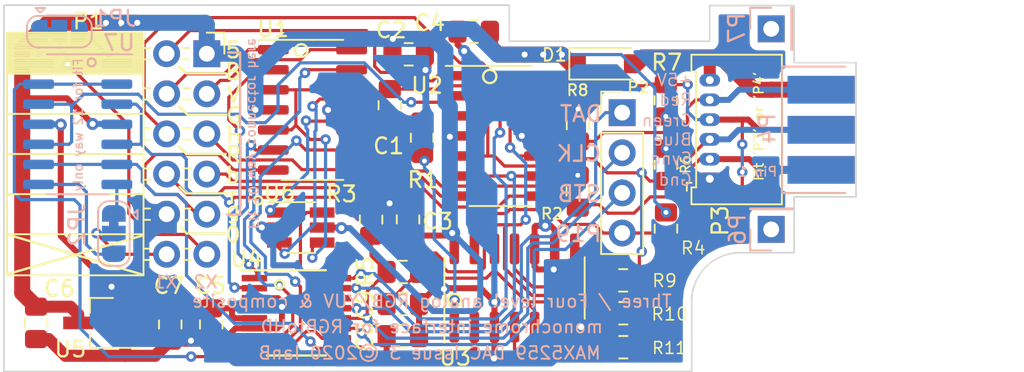
<source format=kicad_pcb>
(kicad_pcb (version 20171130) (host pcbnew "(5.1.4)-1")
  (layers (0 F.Cu signal) (31 B.Cu signal) (34 B.Paste user hide) (35 F.Paste user hide) (36 B.SilkS user) (37 F.SilkS user) (38 B.Mask user hide) (39 F.Mask user hide) (44 Edge.Cuts user))
  (net 0 "")
  (net 1 /GND)
  (net 2 /SYNC)
  (net 3 /BLUE)
  (net 4 /GREEN)
  (net 5 /RED)
  (net 6 /BRED)
  (net 7 /BGREEN)
  (net 8 /BBLUE)
  (net 9 /VSYNC)
  (net 10 /VANALOG)
  (net 11 /ASYNC)
  (net 12 /ARED)
  (net 13 /AGREEN)
  (net 14 /ABLUE)
  (net 15 "Net-(P6-Pad1)")
  (net 16 /REFSYNC)
  (net 17 /GPIO22_STB)
  (net 18 /GPIO0_DAT)
  (net 19 /VCC)
  (net 20 /GPIO1_CLK)
  (net 21 /CLAMPLVL)
  (net 22 /CGREEN)
  (net 23 /CLAMP)
  (net 24 /REFGYSYNC)
  (net 25 /REFRBUVLO)
  (net 26 /REFRBUVHI)
  (net 27 /REFGYHI)
  (net 28 /REFGYLO)
  (net 29 "Net-(U4-Pad14)")
  (net 30 /VCC_IN)
  (net 31 /SPARE)
  (net 32 /TERM)
  (net 33 /VCLAMP)
  (net 34 /SGREEN)
  (net 35 "Net-(JP1-Pad3)")
  (net 36 "Net-(JP1-Pad1)")
  (net 37 "Net-(JP2-Pad1)")
  (net 38 "Net-(JP2-Pad3)")
  (net 39 "Net-(R9-Pad2)")
  (net 40 "Net-(R10-Pad2)")
  (net 41 "Net-(R11-Pad2)")
  (net 42 "Net-(P7-Pad1)")
  (net 43 /X2)
  (net 44 /X1)
  (module Package_SO:SOIC-14_3.9x8.7mm_P1.27mm (layer F.Cu) (at 47.034 37.93236)
    (fp_text reference U1 (at -2.4892 -5.1308) (layer F.SilkS))
    (fp_text value MAX9108)
    (pad 1 smd roundrect (at -2.475 -3.81) (size 1.95 0.6) (layers F.Cu F.Paste F.Mask) (net 4 /GREEN))
    (pad 2 smd roundrect (at -2.475 -2.54) (size 1.95 0.6) (layers F.Cu F.Paste F.Mask) (net 27 /REFGYHI))
    (pad 3 smd roundrect (at -2.475 -1.27) (size 1.95 0.6) (layers F.Cu F.Paste F.Mask) (net 34 /SGREEN))
    (pad 4 smd roundrect (at -2.475 0) (size 1.95 0.6) (layers F.Cu F.Paste F.Mask) (net 19 /VCC))
    (pad 5 smd roundrect (at -2.475 1.27) (size 1.95 0.6) (layers F.Cu F.Paste F.Mask) (net 34 /SGREEN))
    (pad 6 smd roundrect (at -2.475 2.54) (size 1.95 0.6) (layers F.Cu F.Paste F.Mask) (net 28 /REFGYLO))
    (pad 7 smd roundrect (at -2.475 3.81) (size 1.95 0.6) (layers F.Cu F.Paste F.Mask) (net 7 /BGREEN))
    (pad 8 smd roundrect (at 2.475 3.81) (size 1.95 0.6) (layers F.Cu F.Paste F.Mask) (net 2 /SYNC))
    (pad 9 smd roundrect (at 2.475 2.54) (size 1.95 0.6) (layers F.Cu F.Paste F.Mask) (net 16 /REFSYNC))
    (pad 10 smd roundrect (at 2.475 1.27) (size 1.95 0.6) (layers F.Cu F.Paste F.Mask) (net 11 /ASYNC))
    (pad 11 smd roundrect (at 2.475 0) (size 1.95 0.6) (layers F.Cu F.Paste F.Mask) (net 1 /GND))
    (pad 12 smd roundrect (at 2.475 -1.27) (size 1.95 0.6) (layers F.Cu F.Paste F.Mask) (net 34 /SGREEN))
    (pad 13 smd roundrect (at 2.475 -2.54) (size 1.95 0.6) (layers F.Cu F.Paste F.Mask) (net 24 /REFGYSYNC))
    (pad 14 smd roundrect (at 2.475 -3.81) (size 1.95 0.6) (layers F.Cu F.Paste F.Mask) (net 9 /VSYNC))
  )
  (module Capacitor_SMD:C_0805_2012Metric_Pad1.15x1.40mm_HandSolder (layer F.Cu) (at 53.0792 44.86656 90)
    (fp_text reference C3 (at -0.12954 1.86436) (layer F.SilkS))
    (fp_text value 100n)
    (pad 2 smd roundrect (at 1.025 0 90) (size 1.15 1.4) (layers F.Cu F.Paste F.Mask) (roundrect_rratio 0.217391) (net 1 /GND))
    (pad 1 smd roundrect (at -1.025 0 90) (size 1.15 1.4) (layers F.Cu F.Paste F.Mask) (roundrect_rratio 0.217391) (net 19 /VCC))
  )
  (module Connector_PinHeader_2.54mm:PinHeader_1x04_P2.54mm_Vertical (layer F.Cu) (at 66.6174 38.11016)
    (fp_text reference P2 (at 1.016 -1.6002) (layer F.SilkS) (effects (font (size 0.7 0.7) (thickness 0.12))))
    (fp_text value Conn_01x04)
    (pad 4 thru_hole oval (at 0 7.62) (size 1.7 1.7) (drill 1) (layers *.Cu *.Mask) (net 23 /CLAMP))
    (pad 3 thru_hole oval (at 0 5.08) (size 1.7 1.7) (drill 1) (layers *.Cu *.Mask) (net 17 /GPIO22_STB))
    (pad 2 thru_hole oval (at 0 2.54) (size 1.7 1.7) (drill 1) (layers *.Cu *.Mask) (net 20 /GPIO1_CLK))
    (pad 1 thru_hole rect (at 0 0) (size 1.7 1.7) (drill 1) (layers *.Cu *.Mask) (net 18 /GPIO0_DAT))
  )
  (module Package_SO:SOIC-14_3.9x8.7mm_P1.27mm (layer F.Cu) (at 59.8102 49.20996 90)
    (fp_text reference U3 (at -4.3942 -3.7465) (layer F.SilkS))
    (fp_text value TS12A44514DR)
    (pad 1 smd roundrect (at -2.475 -3.81 90) (size 1.95 0.6) (layers F.Cu F.Paste F.Mask) (net 33 /VCLAMP))
    (pad 2 smd roundrect (at -2.475 -2.54 90) (size 1.95 0.6) (layers F.Cu F.Paste F.Mask) (net 21 /CLAMPLVL))
    (pad 3 smd roundrect (at -2.475 -1.27 90) (size 1.95 0.6) (layers F.Cu F.Paste F.Mask) (net 1 /GND))
    (pad 4 smd roundrect (at -2.475 0 90) (size 1.95 0.6) (layers F.Cu F.Paste F.Mask) (net 41 "Net-(R11-Pad2)"))
    (pad 5 smd roundrect (at -2.475 1.27 90) (size 1.95 0.6) (layers F.Cu F.Paste F.Mask) (net 32 /TERM))
    (pad 6 smd roundrect (at -2.475 2.54 90) (size 1.95 0.6) (layers F.Cu F.Paste F.Mask) (net 32 /TERM))
    (pad 7 smd roundrect (at -2.475 3.81 90) (size 1.95 0.6) (layers F.Cu F.Paste F.Mask) (net 1 /GND))
    (pad 8 smd roundrect (at 2.475 3.81 90) (size 1.95 0.6) (layers F.Cu F.Paste F.Mask) (net 39 "Net-(R9-Pad2)"))
    (pad 9 smd roundrect (at 2.475 2.54 90) (size 1.95 0.6) (layers F.Cu F.Paste F.Mask) (net 1 /GND))
    (pad 10 smd roundrect (at 2.475 1.27 90) (size 1.95 0.6) (layers F.Cu F.Paste F.Mask) (net 1 /GND))
    (pad 11 smd roundrect (at 2.475 0 90) (size 1.95 0.6) (layers F.Cu F.Paste F.Mask) (net 40 "Net-(R10-Pad2)"))
    (pad 12 smd roundrect (at 2.475 -1.27 90) (size 1.95 0.6) (layers F.Cu F.Paste F.Mask) (net 32 /TERM))
    (pad 13 smd roundrect (at 2.475 -2.54 90) (size 1.95 0.6) (layers F.Cu F.Paste F.Mask) (net 23 /CLAMP))
    (pad 14 smd roundrect (at 2.475 -3.81 90) (size 1.95 0.6) (layers F.Cu F.Paste F.Mask) (net 19 /VCC))
  )
  (module Package_SO:QSOP-16_3.9x4.9mm_P0.635mm (layer F.Cu) (at 46.018 50.81016)
    (fp_text reference U4 (at -3.1496 -3.4544) (layer F.SilkS))
    (fp_text value MAX5259EEE+)
    (pad 1 smd rect (at -2.6543 -2.2225) (size 1.6 0.41) (layers F.Cu F.Paste F.Mask) (net 28 /REFGYLO))
    (pad 2 smd rect (at -2.6543 -1.5875) (size 1.6 0.41) (layers F.Cu F.Paste F.Mask) (net 27 /REFGYHI))
    (pad 3 smd rect (at -2.6543 -0.9525) (size 1.6 0.41) (layers F.Cu F.Paste F.Mask) (net 1 /GND))
    (pad 4 smd rect (at -2.6543 -0.3175) (size 1.6 0.41) (layers F.Cu F.Paste F.Mask) (net 10 /VANALOG))
    (pad 5 smd rect (at -2.6543 0.3175) (size 1.6 0.41) (layers F.Cu F.Paste F.Mask) (net 10 /VANALOG))
    (pad 6 smd rect (at -2.6543 0.9525) (size 1.6 0.41) (layers F.Cu F.Paste F.Mask) (net 1 /GND))
    (pad 7 smd rect (at -2.6543 1.5875) (size 1.6 0.41) (layers F.Cu F.Paste F.Mask) (net 24 /REFGYSYNC))
    (pad 8 smd rect (at -2.6543 2.2225) (size 1.6 0.41) (layers F.Cu F.Paste F.Mask) (net 16 /REFSYNC))
    (pad 9 smd rect (at 2.6543 2.2225) (size 1.6 0.41) (layers F.Cu F.Paste F.Mask) (net 21 /CLAMPLVL))
    (pad 10 smd rect (at 2.6543 1.5875) (size 1.6 0.41) (layers F.Cu F.Paste F.Mask) (net 31 /SPARE))
    (pad 11 smd rect (at 2.6543 0.9525) (size 1.6 0.41) (layers F.Cu F.Paste F.Mask) (net 17 /GPIO22_STB))
    (pad 12 smd rect (at 2.6543 0.3175) (size 1.6 0.41) (layers F.Cu F.Paste F.Mask) (net 20 /GPIO1_CLK))
    (pad 13 smd rect (at 2.6543 -0.3175) (size 1.6 0.41) (layers F.Cu F.Paste F.Mask) (net 18 /GPIO0_DAT))
    (pad 14 smd rect (at 2.6543 -0.9525) (size 1.6 0.41) (layers F.Cu F.Paste F.Mask) (net 29 "Net-(U4-Pad14)"))
    (pad 15 smd rect (at 2.6543 -1.5875) (size 1.6 0.41) (layers F.Cu F.Paste F.Mask) (net 25 /REFRBUVLO))
    (pad 16 smd rect (at 2.6543 -2.2225) (size 1.6 0.41) (layers F.Cu F.Paste F.Mask) (net 26 /REFRBUVHI))
  )
  (module Resistor_SMD:R_0805_2012Metric_Pad1.15x1.40mm_HandSolder (layer F.Cu) (at 69.386 45.45076 270)
    (fp_text reference R4 (at 1.2319 -1.7272) (layer F.SilkS) (effects (font (size 0.8 0.8) (thickness 0.1))))
    (fp_text value 1K)
    (pad 2 smd roundrect (at 1.025 0 270) (size 1.15 1.4) (layers F.Cu F.Paste F.Mask) (roundrect_rratio 0.217391) (net 23 /CLAMP))
    (pad 1 smd roundrect (at -1.025 0 270) (size 1.15 1.4) (layers F.Cu F.Paste F.Mask) (roundrect_rratio 0.217391) (net 19 /VCC))
  )
  (module Resistor_SMD:R_0805_2012Metric_Pad1.15x1.40mm_HandSolder (layer F.Cu) (at 69.386 41.41216 90)
    (fp_text reference R6 (at 0.0254 1.2446 90) (layer F.SilkS) (effects (font (size 0.6 0.6) (thickness 0.1))))
    (fp_text value 47K)
    (pad 1 smd roundrect (at -1.025 0 90) (size 1.15 1.4) (layers F.Cu F.Paste F.Mask) (roundrect_rratio 0.217391) (net 14 /ABLUE))
    (pad 2 smd roundrect (at 1.025 0 90) (size 1.15 1.4) (layers F.Cu F.Paste F.Mask) (roundrect_rratio 0.217391) (net 1 /GND))
  )
  (module Resistor_SMD:R_0805_2012Metric_Pad1.15x1.40mm_HandSolder (layer F.Cu) (at 69.3733 37.32276 270)
    (fp_text reference R7 (at -2.4003 -0.0635) (layer F.SilkS))
    (fp_text value 47K)
    (pad 2 smd roundrect (at 1.025 0 270) (size 1.15 1.4) (layers F.Cu F.Paste F.Mask) (roundrect_rratio 0.217391) (net 1 /GND))
    (pad 1 smd roundrect (at -1.025 0 270) (size 1.15 1.4) (layers F.Cu F.Paste F.Mask) (roundrect_rratio 0.217391) (net 13 /AGREEN))
  )
  (module Resistor_SMD:R_0805_2012Metric_Pad1.15x1.40mm_HandSolder (layer F.Cu) (at 63.8234 38.90126 90)
    (fp_text reference R8 (at 2.2135 -0.0254) (layer F.SilkS) (effects (font (size 0.7 0.7) (thickness 0.12))))
    (fp_text value 47K)
    (pad 1 smd roundrect (at -1.025 0 90) (size 1.15 1.4) (layers F.Cu F.Paste F.Mask) (roundrect_rratio 0.217391) (net 12 /ARED))
    (pad 2 smd roundrect (at 1.025 0 90) (size 1.15 1.4) (layers F.Cu F.Paste F.Mask) (roundrect_rratio 0.217391) (net 1 /GND))
  )
  (module Capacitor_SMD:C_0805_2012Metric_Pad1.15x1.40mm_HandSolder (layer F.Cu) (at 57.22956 32.98444 180)
    (fp_text reference C4 (at 2.77876 0.56388) (layer F.SilkS))
    (fp_text value 100n)
    (pad 2 smd roundrect (at 1.025 0 180) (size 1.15 1.4) (layers F.Cu F.Paste F.Mask) (roundrect_rratio 0.217391) (net 1 /GND))
    (pad 1 smd roundrect (at -1.025 0 180) (size 1.15 1.4) (layers F.Cu F.Paste F.Mask) (roundrect_rratio 0.217391) (net 19 /VCC))
  )
  (module Capacitor_SMD:C_0805_2012Metric_Pad1.15x1.40mm_HandSolder (layer F.Cu) (at 38.0424 51.52136 270)
    (fp_text reference C7 (at -2.4511 0.0762) (layer F.SilkS))
    (fp_text value 10uF)
    (pad 1 smd roundrect (at -1.025 0 270) (size 1.15 1.4) (layers F.Cu F.Paste F.Mask) (roundrect_rratio 0.217391) (net 10 /VANALOG))
    (pad 2 smd roundrect (at 1.025 0 270) (size 1.15 1.4) (layers F.Cu F.Paste F.Mask) (roundrect_rratio 0.217391) (net 1 /GND))
  )
  (module Connector_PinHeader_2.54mm:PinHeader_1x01_P2.54mm_Vertical (layer B.Cu) (at 76.0408 45.50096)
    (fp_text reference P6 (at -2.1336 0 90) (layer B.SilkS) (effects (justify mirror)))
    (fp_text value Conn_01x01)
    (pad 1 thru_hole rect (at 0 0) (size 1.7 1.7) (drill 1) (layers *.Cu *.Mask) (net 15 "Net-(P6-Pad1)"))
  )
  (module Capacitor_SMD:C_0805_2012Metric_Pad1.15x1.40mm_HandSolder (layer F.Cu) (at 29.5588 51.41976 270)
    (fp_text reference C6 (at -2.1717 -1.4732) (layer F.SilkS))
    (fp_text value 10uF)
    (pad 2 smd roundrect (at 1.025 0 270) (size 1.15 1.4) (layers F.Cu F.Paste F.Mask) (roundrect_rratio 0.217391) (net 1 /GND))
    (pad 1 smd roundrect (at -1.025 0 270) (size 1.15 1.4) (layers F.Cu F.Paste F.Mask) (roundrect_rratio 0.217391) (net 19 /VCC))
  )
  (module Package_TO_SOT_SMD:SOT-23_Handsoldering (layer F.Cu) (at 33.7244 51.41976 180)
    (fp_text reference U5 (at 1.9939 -1.6637) (layer F.SilkS))
    (fp_text value MCP1754S-3302xCB)
    (pad 1 smd rect (at -1.5 -0.95 180) (size 1.9 0.8) (layers F.Cu F.Paste F.Mask) (net 1 /GND))
    (pad 2 smd rect (at -1.5 0.95 180) (size 1.9 0.8) (layers F.Cu F.Paste F.Mask) (net 10 /VANALOG))
    (pad 3 smd rect (at 1.5 0 180) (size 1.9 0.8) (layers F.Cu F.Paste F.Mask) (net 19 /VCC))
  )
  (module Capacitor_SMD:C_0805_2012Metric_Pad1.15x1.40mm_HandSolder (layer F.Cu) (at 52.749 52.25796)
    (fp_text reference C8 (at -2.3876 0.0381 90) (layer F.SilkS))
    (fp_text value 10uF)
    (pad 2 smd roundrect (at 1.025 0) (size 1.15 1.4) (layers F.Cu F.Paste F.Mask) (roundrect_rratio 0.217391) (net 1 /GND))
    (pad 1 smd roundrect (at -1.025 0) (size 1.15 1.4) (layers F.Cu F.Paste F.Mask) (roundrect_rratio 0.217391) (net 21 /CLAMPLVL))
  )
  (module Capacitor_SMD:C_0805_2012Metric_Pad1.15x1.40mm_HandSolder (layer F.Cu) (at 51.9235 37.64026 270)
    (fp_text reference C1 (at 2.5818 0.0762) (layer F.SilkS))
    (fp_text value 100n)
    (pad 1 smd roundrect (at -1.025 0 270) (size 1.15 1.4) (layers F.Cu F.Paste F.Mask) (roundrect_rratio 0.217391) (net 13 /AGREEN))
    (pad 2 smd roundrect (at 1.025 0 270) (size 1.15 1.4) (layers F.Cu F.Paste F.Mask) (roundrect_rratio 0.217391) (net 22 /CGREEN))
  )
  (module Capacitor_SMD:C_0805_2012Metric_Pad1.15x1.40mm_HandSolder (layer F.Cu) (at 40.6332 51.52136 270)
    (fp_text reference C5 (at -2.4511 0.0508) (layer F.SilkS))
    (fp_text value 100n)
    (pad 1 smd roundrect (at -1.025 0 270) (size 1.15 1.4) (layers F.Cu F.Paste F.Mask) (roundrect_rratio 0.217391) (net 10 /VANALOG))
    (pad 2 smd roundrect (at 1.025 0 270) (size 1.15 1.4) (layers F.Cu F.Paste F.Mask) (roundrect_rratio 0.217391) (net 1 /GND))
  )
  (module Resistor_SMD:R_0805_2012Metric_Pad1.15x1.40mm_HandSolder (layer F.Cu) (at 63.8107 43.10126 90)
    (fp_text reference R2 (at -1.4097 -1.6383) (layer F.SilkS) (effects (font (size 0.7 0.7) (thickness 0.12))))
    (fp_text value 1K)
    (pad 1 smd roundrect (at -1.025 0 90) (size 1.15 1.4) (layers F.Cu F.Paste F.Mask) (roundrect_rratio 0.217391) (net 11 /ASYNC))
    (pad 2 smd roundrect (at 1.025 0 90) (size 1.15 1.4) (layers F.Cu F.Paste F.Mask) (roundrect_rratio 0.217391) (net 1 /GND))
  )
  (module Capacitor_SMD:C_0805_2012Metric_Pad1.15x1.40mm_HandSolder (layer F.Cu) (at 53.1173 34.41446)
    (fp_text reference C2 (at -1.1049 -1.5367) (layer F.SilkS))
    (fp_text value 100n)
    (pad 1 smd roundrect (at -1.025 0) (size 1.15 1.4) (layers F.Cu F.Paste F.Mask) (roundrect_rratio 0.217391) (net 19 /VCC))
    (pad 2 smd roundrect (at 1.025 0) (size 1.15 1.4) (layers F.Cu F.Paste F.Mask) (roundrect_rratio 0.217391) (net 1 /GND))
  )
  (module Resistor_SMD:R_0805_2012Metric_Pad1.15x1.40mm_HandSolder (layer F.Cu) (at 53.9682 39.69766 270)
    (fp_text reference R1 (at 2.667 -0.0508) (layer F.SilkS))
    (fp_text value 100R)
    (pad 1 smd roundrect (at -1.025 0 270) (size 1.15 1.4) (layers F.Cu F.Paste F.Mask) (roundrect_rratio 0.217391) (net 22 /CGREEN))
    (pad 2 smd roundrect (at 1.025 0 270) (size 1.15 1.4) (layers F.Cu F.Paste F.Mask) (roundrect_rratio 0.217391) (net 33 /VCLAMP))
  )
  (module Package_SO:SOIC-14_3.9x8.7mm_P1.27mm (layer F.Cu) (at 58.9085 39.58336)
    (fp_text reference U2 (at -4.62788 -3.19024) (layer F.SilkS))
    (fp_text value MAX9108)
    (pad 1 smd roundrect (at -2.475 -3.81) (size 1.95 0.6) (layers F.Cu F.Paste F.Mask) (net 3 /BLUE))
    (pad 2 smd roundrect (at -2.475 -2.54) (size 1.95 0.6) (layers F.Cu F.Paste F.Mask) (net 26 /REFRBUVHI))
    (pad 3 smd roundrect (at -2.475 -1.27) (size 1.95 0.6) (layers F.Cu F.Paste F.Mask) (net 14 /ABLUE))
    (pad 4 smd roundrect (at -2.475 0) (size 1.95 0.6) (layers F.Cu F.Paste F.Mask) (net 19 /VCC))
    (pad 5 smd roundrect (at -2.475 1.27) (size 1.95 0.6) (layers F.Cu F.Paste F.Mask) (net 14 /ABLUE))
    (pad 6 smd roundrect (at -2.475 2.54) (size 1.95 0.6) (layers F.Cu F.Paste F.Mask) (net 25 /REFRBUVLO))
    (pad 7 smd roundrect (at -2.475 3.81) (size 1.95 0.6) (layers F.Cu F.Paste F.Mask) (net 8 /BBLUE))
    (pad 8 smd roundrect (at 2.475 3.81) (size 1.95 0.6) (layers F.Cu F.Paste F.Mask) (net 6 /BRED))
    (pad 9 smd roundrect (at 2.475 2.54) (size 1.95 0.6) (layers F.Cu F.Paste F.Mask) (net 25 /REFRBUVLO))
    (pad 10 smd roundrect (at 2.475 1.27) (size 1.95 0.6) (layers F.Cu F.Paste F.Mask) (net 12 /ARED))
    (pad 11 smd roundrect (at 2.475 0) (size 1.95 0.6) (layers F.Cu F.Paste F.Mask) (net 1 /GND))
    (pad 12 smd roundrect (at 2.475 -1.27) (size 1.95 0.6) (layers F.Cu F.Paste F.Mask) (net 12 /ARED))
    (pad 13 smd roundrect (at 2.475 -2.54) (size 1.95 0.6) (layers F.Cu F.Paste F.Mask) (net 26 /REFRBUVHI))
    (pad 14 smd roundrect (at 2.475 -3.81) (size 1.95 0.6) (layers F.Cu F.Paste F.Mask) (net 5 /RED))
  )
  (module Capacitor_SMD:C_0805_2012Metric_Pad1.15x1.40mm_HandSolder (layer F.Cu) (at 52.749 50.22596)
    (fp_text reference C9 (at -2.3876 0.0635 270) (layer F.SilkS))
    (fp_text value 10uF)
    (pad 2 smd roundrect (at 1.025 0) (size 1.15 1.4) (layers F.Cu F.Paste F.Mask) (roundrect_rratio 0.217391) (net 1 /GND))
    (pad 1 smd roundrect (at -1.025 0) (size 1.15 1.4) (layers F.Cu F.Paste F.Mask) (roundrect_rratio 0.217391) (net 32 /TERM))
  )
  (module Resistor_SMD:R_0805_2012Metric_Pad1.15x1.40mm_HandSolder (layer F.Cu) (at 52.749 48.19396 180)
    (fp_text reference R5 (at 2.3749 0.0127 90) (layer F.SilkS))
    (fp_text value 10K)
    (pad 1 smd roundrect (at -1.025 0 180) (size 1.15 1.4) (layers F.Cu F.Paste F.Mask) (roundrect_rratio 0.217391) (net 32 /TERM))
    (pad 2 smd roundrect (at 1.025 0 180) (size 1.15 1.4) (layers F.Cu F.Paste F.Mask) (roundrect_rratio 0.217391) (net 20 /GPIO1_CLK))
  )
  (module Resistor_SMD:R_0805_2012Metric_Pad1.15x1.40mm_HandSolder (layer F.Cu) (at 50.7424 44.87672 90)
    (fp_text reference R3 (at 1.6129 -1.87452) (layer F.SilkS))
    (fp_text value 1K)
    (pad 2 smd roundrect (at 1.025 0 90) (size 1.15 1.4) (layers F.Cu F.Paste F.Mask) (roundrect_rratio 0.217391) (net 1 /GND))
    (pad 1 smd roundrect (at -1.025 0 90) (size 1.15 1.4) (layers F.Cu F.Paste F.Mask) (roundrect_rratio 0.217391) (net 20 /GPIO1_CLK))
  )
  (module Package_TO_SOT_SMD:SOT-23-6_Handsoldering (layer F.Cu) (at 46.2974 45.38218)
    (fp_text reference U6 (at -1.3462 -2.21488) (layer F.SilkS))
    (fp_text value TS5A3159ADBVR)
    (pad 1 smd rect (at -1.35 -0.95) (size 1.56 0.65) (layers F.Cu F.Paste F.Mask) (net 22 /CGREEN))
    (pad 2 smd rect (at -1.35 0) (size 1.56 0.65) (layers F.Cu F.Paste F.Mask) (net 1 /GND))
    (pad 3 smd rect (at -1.35 0.95) (size 1.56 0.65) (layers F.Cu F.Paste F.Mask) (net 13 /AGREEN))
    (pad 4 smd rect (at 1.35 0.95) (size 1.56 0.65) (layers F.Cu F.Paste F.Mask) (net 34 /SGREEN))
    (pad 6 smd rect (at 1.35 -0.95) (size 1.56 0.65) (layers F.Cu F.Paste F.Mask) (net 18 /GPIO0_DAT))
    (pad 5 smd rect (at 1.35 0) (size 1.56 0.65) (layers F.Cu F.Paste F.Mask) (net 19 /VCC))
  )
  (module Package_SO:SOIC-14_3.9x8.7mm_P1.27mm (layer B.Cu) (at 32.19128 38.84422 180)
    (fp_text reference U7 (at -2.6162 5.15366) (layer B.SilkS) (effects (justify mirror)))
    (fp_text value MAX9108-Comparator)
    (pad 1 smd roundrect (at -2.475 3.81 180) (size 1.95 0.6) (layers B.Cu B.Paste B.Mask) (net 35 "Net-(JP1-Pad3)"))
    (pad 2 smd roundrect (at -2.475 2.54 180) (size 1.95 0.6) (layers B.Cu B.Paste B.Mask) (net 31 /SPARE))
    (pad 3 smd roundrect (at -2.475 1.27 180) (size 1.95 0.6) (layers B.Cu B.Paste B.Mask) (net 12 /ARED))
    (pad 4 smd roundrect (at -2.475 0 180) (size 1.95 0.6) (layers B.Cu B.Paste B.Mask) (net 19 /VCC))
    (pad 5 smd roundrect (at -2.475 -1.27 180) (size 1.95 0.6) (layers B.Cu B.Paste B.Mask) (net 12 /ARED))
    (pad 6 smd roundrect (at -2.475 -2.54 180) (size 1.95 0.6) (layers B.Cu B.Paste B.Mask) (net 21 /CLAMPLVL))
    (pad 7 smd roundrect (at -2.475 -3.81 180) (size 1.95 0.6) (layers B.Cu B.Paste B.Mask) (net 37 "Net-(JP2-Pad1)"))
    (pad 8 smd roundrect (at 2.475 -3.81 180) (size 1.95 0.6) (layers B.Cu B.Paste B.Mask) (net 38 "Net-(JP2-Pad3)"))
    (pad 9 smd roundrect (at 2.475 -2.54 180) (size 1.95 0.6) (layers B.Cu B.Paste B.Mask) (net 21 /CLAMPLVL))
    (pad 10 smd roundrect (at 2.475 -1.27 180) (size 1.95 0.6) (layers B.Cu B.Paste B.Mask) (net 14 /ABLUE))
    (pad 11 smd roundrect (at 2.475 0 180) (size 1.95 0.6) (layers B.Cu B.Paste B.Mask) (net 1 /GND))
    (pad 12 smd roundrect (at 2.475 1.27 180) (size 1.95 0.6) (layers B.Cu B.Paste B.Mask) (net 14 /ABLUE))
    (pad 13 smd roundrect (at 2.475 2.54 180) (size 1.95 0.6) (layers B.Cu B.Paste B.Mask) (net 31 /SPARE))
    (pad 14 smd roundrect (at 2.475 3.81 180) (size 1.95 0.6) (layers B.Cu B.Paste B.Mask) (net 36 "Net-(JP1-Pad1)"))
  )
  (module Resistor_SMD:R_0805_2012Metric_Pad1.15x1.40mm_HandSolder (layer F.Cu) (at 66.67836 48.72482 180)
    (fp_text reference R9 (at -2.6162 -0.0254) (layer F.SilkS) (effects (font (size 0.8 0.8) (thickness 0.1))))
    (fp_text value 75R)
    (pad 1 smd roundrect (at -1.025 0 180) (size 1.15 1.4) (layers F.Cu F.Paste F.Mask) (roundrect_rratio 0.217391) (net 14 /ABLUE))
    (pad 2 smd roundrect (at 1.025 0 180) (size 1.15 1.4) (layers F.Cu F.Paste F.Mask) (roundrect_rratio 0.217391) (net 39 "Net-(R9-Pad2)"))
  )
  (module Resistor_SMD:R_0805_2012Metric_Pad1.15x1.40mm_HandSolder (layer F.Cu) (at 66.68852 50.81016 180)
    (fp_text reference R10 (at -2.9337 -0.0508) (layer F.SilkS) (effects (font (size 0.8 0.8) (thickness 0.1))))
    (fp_text value 75R)
    (pad 2 smd roundrect (at 1.025 0 180) (size 1.15 1.4) (layers F.Cu F.Paste F.Mask) (roundrect_rratio 0.217391) (net 40 "Net-(R10-Pad2)"))
    (pad 1 smd roundrect (at -1.025 0 180) (size 1.15 1.4) (layers F.Cu F.Paste F.Mask) (roundrect_rratio 0.217391) (net 13 /AGREEN))
  )
  (module Resistor_SMD:R_0805_2012Metric_Pad1.15x1.40mm_HandSolder (layer F.Cu) (at 66.68852 52.959 180)
    (fp_text reference R11 (at -2.9083 -0.0508) (layer F.SilkS) (effects (font (size 0.75 0.75) (thickness 0.1))))
    (fp_text value 75R)
    (pad 1 smd roundrect (at -1.025 0 180) (size 1.15 1.4) (layers F.Cu F.Paste F.Mask) (roundrect_rratio 0.217391) (net 12 /ARED))
    (pad 2 smd roundrect (at 1.025 0 180) (size 1.15 1.4) (layers F.Cu F.Paste F.Mask) (roundrect_rratio 0.217391) (net 41 "Net-(R11-Pad2)"))
  )
  (module Connector_PinSocket_2.54mm:PinSocket_2x06_P2.54mm_Horizontal (layer F.Cu) (at 40.3538 34.37636)
    (fp_text reference P1 (at -7.493 -2.0574) (layer F.SilkS))
    (fp_text value Conn_02x06_Odd_Even)
    (pad 1 thru_hole rect (at 0 0) (size 1.7 1.7) (drill 1) (layers *.Cu *.Mask) (net 19 /VCC))
    (pad 2 thru_hole oval (at -2.54 0) (size 1.7 1.7) (drill 1) (layers *.Cu *.Mask) (net 3 /BLUE))
    (pad 3 thru_hole oval (at 0 2.54) (size 1.7 1.7) (drill 1) (layers *.Cu *.Mask) (net 9 /VSYNC))
    (pad 4 thru_hole oval (at -2.54 2.54) (size 1.7 1.7) (drill 1) (layers *.Cu *.Mask) (net 4 /GREEN))
    (pad 5 thru_hole oval (at 0 5.08) (size 1.7 1.7) (drill 1) (layers *.Cu *.Mask) (net 2 /SYNC))
    (pad 6 thru_hole oval (at -2.54 5.08) (size 1.7 1.7) (drill 1) (layers *.Cu *.Mask) (net 5 /RED))
    (pad 7 thru_hole oval (at 0 7.62) (size 1.7 1.7) (drill 1) (layers *.Cu *.Mask) (net 8 /BBLUE))
    (pad 8 thru_hole oval (at -2.54 7.62) (size 1.7 1.7) (drill 1) (layers *.Cu *.Mask) (net 6 /BRED))
    (pad 9 thru_hole oval (at 0 10.16) (size 1.7 1.7) (drill 1) (layers *.Cu *.Mask) (net 7 /BGREEN))
    (pad 10 thru_hole oval (at -2.54 10.16) (size 1.7 1.7) (drill 1) (layers *.Cu *.Mask) (net 1 /GND))
    (pad 11 thru_hole oval (at 0 12.7) (size 1.7 1.7) (drill 1) (layers *.Cu *.Mask) (net 43 /X2))
    (pad 12 thru_hole oval (at -2.54 12.7) (size 1.7 1.7) (drill 1) (layers *.Cu *.Mask) (net 44 /X1))
  )
  (module Jumper:SolderJumper-3_P1.3mm_Bridged12_RoundedPad1.0x1.5mm (layer B.Cu) (at 31.032 32.98444)
    (fp_text reference JP1 (at 3.49758 -0.8382) (layer B.SilkS) (effects (justify mirror)))
    (fp_text value SolderJumper_3_Bridged12)
    (fp_poly (pts (xy -0.9 0.3) (xy -0.4 0.3) (xy -0.4 -0.3) (xy -0.9 -0.3)) (layer B.Cu) (width 0))
    (pad 1 smd custom (at -1.3 0) (size 1 0.5) (layers B.Cu B.Mask) (net 36 "Net-(JP1-Pad1)") (options (clearance outline) (anchor rect)) (primitives (gr_circle (center 0 -0.25) (end 0.5 -0.25) (width 0)) (gr_circle (center 0 0.25) (end 0.5 0.25) (width 0)) (gr_poly (pts (xy 0.55 0.75) (xy 0 0.75) (xy 0 -0.75) (xy 0.55 -0.75)) (width 0))))
    (pad 2 smd rect (at 0 0) (size 1 1.5) (layers B.Cu B.Mask) (net 43 /X2))
    (pad 3 smd custom (at 1.3 0) (size 1 0.5) (layers B.Cu B.Mask) (net 35 "Net-(JP1-Pad3)") (options (clearance outline) (anchor rect)) (primitives (gr_circle (center 0 -0.25) (end 0.5 -0.25) (width 0)) (gr_circle (center 0 0.25) (end 0.5 0.25) (width 0)) (gr_poly (pts (xy -0.55 0.75) (xy 0 0.75) (xy 0 -0.75) (xy -0.55 -0.75)) (width 0))))
  )
  (module Jumper:SolderJumper-3_P1.3mm_Bridged12_RoundedPad1.0x1.5mm (layer B.Cu) (at 34.47624 45.76572 270)
    (fp_text reference JP2 (at -0.5461 2.32664 90) (layer B.SilkS) (effects (justify mirror)))
    (fp_text value SolderJumper_3_Bridged12)
    (fp_poly (pts (xy -0.9 0.3) (xy -0.4 0.3) (xy -0.4 -0.3) (xy -0.9 -0.3)) (layer B.Cu) (width 0))
    (pad 3 smd custom (at 1.3 0 270) (size 1 0.5) (layers B.Cu B.Mask) (net 38 "Net-(JP2-Pad3)") (options (clearance outline) (anchor rect)) (primitives (gr_circle (center 0 -0.25) (end 0.5 -0.25) (width 0)) (gr_circle (center 0 0.25) (end 0.5 0.25) (width 0)) (gr_poly (pts (xy -0.55 0.75) (xy 0 0.75) (xy 0 -0.75) (xy -0.55 -0.75)) (width 0))))
    (pad 2 smd rect (at 0 0 270) (size 1 1.5) (layers B.Cu B.Mask) (net 44 /X1))
    (pad 1 smd custom (at -1.3 0 270) (size 1 0.5) (layers B.Cu B.Mask) (net 37 "Net-(JP2-Pad1)") (options (clearance outline) (anchor rect)) (primitives (gr_circle (center 0 -0.25) (end 0.5 -0.25) (width 0)) (gr_circle (center 0 0.25) (end 0.5 0.25) (width 0)) (gr_poly (pts (xy 0.55 0.75) (xy 0 0.75) (xy 0 -0.75) (xy 0.55 -0.75)) (width 0))))
  )
  (module Diode_SMD:D_SOD-123 (layer F.Cu) (at 65.5252 35.01136)
    (fp_text reference D1 (at -3.2004 -0.5588) (layer F.SilkS) (effects (font (size 0.8 0.8) (thickness 0.12))))
    (fp_text value D_Schottky)
    (pad 1 smd rect (at -1.65 0) (size 0.9 1.2) (layers F.Cu F.Paste F.Mask) (net 19 /VCC))
    (pad 2 smd rect (at 1.65 0) (size 0.9 1.2) (layers F.Cu F.Paste F.Mask) (net 30 /VCC_IN))
  )
  (module Connector_PinHeader_2.54mm:PinHeader_1x01_P2.54mm_Vertical (layer B.Cu) (at 76.0408 32.80156 270)
    (fp_text reference P7 (at -0.0508 2.1844 270) (layer B.SilkS) (effects (justify mirror)))
    (fp_text value Conn_01x01)
    (pad 1 thru_hole rect (at 0 0 270) (size 1.7 1.7) (drill 1) (layers *.Cu *.Mask) (net 42 "Net-(P7-Pad1)"))
  )
  (module Connector_Molex:Molex_PicoBlade_53048-0610_1x06_P1.25mm_Horizontal (layer F.Cu) (at 72.1546 42.30096 90)
    (fp_text reference P3 (at -2.6508 0.6604 90) (layer F.SilkS))
    (fp_text value Conn_01x06)
    (pad 6 thru_hole oval (at 6.25 0 90) (size 0.8 1.3) (drill 0.5) (layers *.Cu *.Mask) (net 30 /VCC_IN))
    (pad 5 thru_hole oval (at 5 0 90) (size 0.8 1.3) (drill 0.5) (layers *.Cu *.Mask) (net 12 /ARED))
    (pad 4 thru_hole oval (at 3.75 0 90) (size 0.8 1.3) (drill 0.5) (layers *.Cu *.Mask) (net 13 /AGREEN))
    (pad 3 thru_hole oval (at 2.5 0 90) (size 0.8 1.3) (drill 0.5) (layers *.Cu *.Mask) (net 14 /ABLUE))
    (pad 2 thru_hole oval (at 1.25 0 90) (size 0.8 1.3) (drill 0.5) (layers *.Cu *.Mask) (net 11 /ASYNC))
    (pad 1 thru_hole roundrect (at 0 0 90) (size 0.8 1.3) (drill 0.5) (layers *.Cu *.Mask) (net 1 /GND))
  )
  (module Connector_Harwin:Harwin_M20-89003xx_1x03_P2.54mm_Horizontal_Custom_EVEN2 (layer F.Cu) (at 84.71998 39.19474)
    (fp_text reference P5 hide)
    (fp_text value Conn_01x03_EVEN)
    (pad 6 connect rect (at -5.525 -2.54) (size 4.25 1.75) (layers F.Cu F.Mask) (net 30 /VCC_IN))
    (pad 4 connect rect (at -5.525 0) (size 4.25 1.75) (layers F.Cu F.Mask) (net 13 /AGREEN))
    (pad 2 connect rect (at -5.525 2.54) (size 4.25 1.75) (layers F.Cu F.Mask) (net 11 /ASYNC))
  )
  (module Connector_Harwin:Harwin_M20-89003xx_1x03_P2.54mm_Horizontal_Custom_ODD2 (layer B.Cu) (at 84.71998 39.19474)
    (fp_text reference P4 (at -8.93064 -0.07874 90) (layer B.SilkS) (effects (justify mirror)))
    (fp_text value Conn_01x03_ODD)
    (pad 1 connect rect (at -5.525 2.54) (size 4.25 1.75) (layers B.Cu B.Mask) (net 1 /GND))
    (pad 3 connect rect (at -5.525 0) (size 4.25 1.75) (layers B.Cu B.Mask) (net 14 /ABLUE))
    (pad 5 connect rect (at -5.525 -2.54) (size 4.25 1.75) (layers B.Cu B.Mask) (net 12 /ARED))
  )
  (gr_line (start 77.4886 43.43654) (end 81.402 43.43654) (layer Edge.Cuts) (width 0.1))
  (gr_line (start 77.4886 34.94024) (end 81.402 34.94024) (layer Edge.Cuts) (width 0.1))
  (gr_line (start 77.4886 31.32836) (end 77.4886 34.94024) (layer Edge.Cuts) (width 0.1))
  (gr_line (start 81.402 34.94024) (end 81.402 43.43654) (layer Edge.Cuts) (width 0.1))
  (gr_line (start 77.4886 43.43654) (end 77.4886 46.97476) (layer Edge.Cuts) (width 0.1))
  (gr_line (start 74.135799 46.97476) (end 77.4886 46.97476) (layer Edge.Cuts) (width 0.1))
  (gr_line (start 71.011181 50.04816) (end 71.011181 50.987961) (layer Edge.Cuts) (width 0.1))
  (gr_text X2 (at 40.2776 48.82896) (layer B.SilkS) (effects (font (size 0.8 0.8) (thickness 0.12)) (justify mirror)))
  (gr_text X1 (at 37.7376 48.82896) (layer B.SilkS) (effects (font (size 0.8 0.8) (thickness 0.12)) (justify mirror)))
  (gr_text "Pin 1" (at 75.18228 41.8465) (layer B.SilkS) (effects (font (size 0.6 0.6) (thickness 0.1)) (justify mirror)))
  (gr_text "Fit 'P3' or 'P4'" (at 75.2534 38.97376 90) (layer F.SilkS) (effects (font (size 0.6 0.6) (thickness 0.1))))
  (gr_line (start 72.1546 31.32836) (end 77.4886 31.32836) (layer Edge.Cuts) (width 0.1))
  (gr_line (start 71.0116 54.49316) (end 71.011181 50.987961) (layer Edge.Cuts) (width 0.1))
  (gr_line (start 27.5268 54.49316) (end 71.0116 54.49316) (layer Edge.Cuts) (width 0.1))
  (gr_line (start 72.1546 33.58896) (end 72.1546 31.32836) (layer Edge.Cuts) (width 0.1))
  (gr_line (start 71.3672 33.58896) (end 72.1546 33.58896) (layer Edge.Cuts) (width 0.1))
  (gr_line (start 71.3672 33.58896) (end 59.48 33.58896) (layer Edge.Cuts) (width 0.1))
  (gr_line (start 59.48 33.58896) (end 59.48 32.82696) (layer Edge.Cuts) (width 0.1))
  (gr_text "Fit 10 way connector here" (at 43.2748 39.43096 270) (layer B.SilkS) (effects (font (size 0.6 0.6) (thickness 0.1)) (justify mirror)))
  (gr_line (start 42.462 34.30016) (end 41.7 34.30016) (layer B.SilkS) (width 0.15))
  (gr_line (start 42.462 44.56176) (end 42.462 34.30016) (layer B.SilkS) (width 0.15))
  (gr_line (start 41.6492 44.56176) (end 42.462 44.56176) (layer B.SilkS) (width 0.15))
  (gr_text "monochrome interface for RGBtoHD" (at 54.5778 51.66106) (layer B.SilkS) (effects (font (size 0.8 0.8) (thickness 0.12)) (justify mirror)))
  (gr_line (start 27.7808 48.32096) (end 36.3152 45.88256) (layer F.SilkS) (width 0.15))
  (gr_line (start 27.7808 45.83176) (end 36.3152 48.37176) (layer F.SilkS) (width 0.15))
  (gr_text "Fit for 12 way only" (at 32.22326 38.88486 90) (layer B.SilkS) (effects (font (size 0.57 0.57) (thickness 0.1)) (justify mirror)))
  (gr_circle (center 33.072414 34.92754) (end 32.826034 34.99612) (layer B.SilkS) (width 0.15))
  (gr_circle (center 43.59992 43.659007) (end 43.73454 43.885067) (layer F.SilkS) (width 0.15))
  (gr_text +5V (at 69.94734 36.03752) (layer B.SilkS) (effects (font (size 0.75 0.75) (thickness 0.1)) (justify mirror)))
  (gr_line (start 39.0838 45.75556) (end 41.4968 45.75556) (layer F.SilkS) (width 0.15))
  (gr_line (start 38.7028 45.34916) (end 39.0838 45.75556) (layer F.SilkS) (width 0.15))
  (gr_circle (center 56.0129 49.9999) (end 56.4193 49.8983) (layer F.SilkS) (width 0.15))
  (gr_line (start 59.48 31.30296) (end 59.48 32.82696) (layer Edge.Cuts) (width 0.1))
  (gr_line (start 39.541 43.21556) (end 41.7 43.21556) (layer F.SilkS) (width 0.15))
  (gr_line (start 39.6172 38.23716) (end 41.5984 38.23716) (layer F.SilkS) (width 0.15))
  (gr_line (start 39.5664 40.72636) (end 41.5476 40.72636) (layer F.SilkS) (width 0.15))
  (gr_line (start 39.0584 35.62096) (end 41.573 35.62096) (layer F.SilkS) (width 0.15))
  (gr_line (start 38.6266 35.18916) (end 39.0584 35.62096) (layer F.SilkS) (width 0.15))
  (gr_line (start 39.033 43.21556) (end 38.6266 42.80916) (layer F.SilkS) (width 0.15))
  (gr_line (start 39.541 43.21556) (end 39.033 43.21556) (layer F.SilkS) (width 0.15))
  (gr_line (start 39.0584 40.72636) (end 38.6012 40.26916) (layer F.SilkS) (width 0.15))
  (gr_line (start 39.5664 40.72636) (end 39.0584 40.72636) (layer F.SilkS) (width 0.15))
  (gr_line (start 39.1346 38.23716) (end 38.6266 37.72916) (layer F.SilkS) (width 0.15))
  (gr_line (start 39.6172 38.23716) (end 39.1346 38.23716) (layer F.SilkS) (width 0.15))
  (gr_line (start 27.5268 31.30296) (end 59.48 31.30296) (layer Edge.Cuts) (width 0.1))
  (gr_text "Three / Four level analog RGB/YUV & composite" (at 54.5778 50.04816) (layer B.SilkS) (effects (font (size 0.8 0.8) (thickness 0.12)) (justify mirror)))
  (gr_circle (center 44.9512 48.98136) (end 45.2052 49.08296) (layer F.SilkS) (width 0.15))
  (gr_text P19 (at 63.8488 45.78096) (layer B.SilkS) (effects (font (size 1 1)) (justify mirror)))
  (gr_text "MAX5259 DAC Issue 3 ©2020 IanB" (at 54.4381 53.32476) (layer B.SilkS) (effects (font (size 0.8 0.8) (thickness 0.12)) (justify mirror)))
  (gr_text r (at 42.0048 43.34256) (layer F.SilkS) (effects (font (size 1 1))))
  (gr_text R (at 42.0556 40.77716) (layer F.SilkS) (effects (font (size 1 1))))
  (gr_text G (at 42.081 38.28796) (layer F.SilkS) (effects (font (size 1 1))))
  (gr_text Gnd (at 69.9702 42.34688) (layer B.SilkS) (effects (font (size 0.75 0.75) (thickness 0.1)) (justify mirror)))
  (gr_text Sync (at 69.72128 41.01592) (layer B.SilkS) (effects (font (size 0.75 0.75) (thickness 0.1)) (justify mirror)))
  (gr_text Red (at 70.00068 37.2872) (layer B.SilkS) (effects (font (size 0.75 0.75) (thickness 0.1)) (justify mirror)))
  (gr_text Green (at 69.44442 38.60038) (layer B.SilkS) (effects (font (size 0.75 0.75) (thickness 0.1)) (justify mirror)))
  (gr_text Blue (at 69.79748 39.80688) (layer B.SilkS) (effects (font (size 0.75 0.75) (thickness 0.1)) (justify mirror)))
  (gr_text STB (at 63.8996 43.24096) (layer B.SilkS) (effects (font (size 1 1)) (justify mirror)))
  (gr_text CLK (at 63.8742 40.70096) (layer B.SilkS) (effects (font (size 1 1)) (justify mirror)))
  (gr_text DAT (at 64.0012 38.18636) (layer B.SilkS) (effects (font (size 1 1)) (justify mirror)))
  (gr_circle (center 58.24302 35.81908) (end 58.34462 36.22548) (layer F.SilkS) (width 0.15))
  (gr_circle (center 46.327591 34.17316) (end 46.657791 34.40176) (layer F.SilkS) (width 0.15))
  (gr_line (start 27.5268 31.30296) (end 27.5268 54.49316) (layer Edge.Cuts) (width 0.1))
  (gr_arc (start 74.085 50.048159) (end 74.135799 46.97476) (angle -90.94695176) (layer Edge.Cuts) (width 0.1))
  (gr_text 0 (at 42.0175 45.83176) (layer F.SilkS) (effects (font (size 1 1))))
  (gr_text B (at 42.0302 35.51936) (layer F.SilkS) (effects (font (size 1 1))))
  (gr_text g (at 42.0302 44.28236) (layer F.SilkS) (effects (font (size 1 1))))
  (gr_text b (at 42.0048 42.07256) (layer F.SilkS) (effects (font (size 1 1))))
  (gr_text H (at 42.081 39.53256) (layer F.SilkS) (effects (font (size 1 1))))
  (gr_text V (at 42.0556 36.99256) (layer F.SilkS) (effects (font (size 1 1))))
  (gr_text 5 (at 42.0302 34.14776) (layer F.SilkS) (effects (font (size 1 1))))
  (segment (start 62.3502 47.38116) (end 62.3248 47.40656) (width 0.2032) (layer F.Cu) (net 1))
  (segment (start 62.3502 46.73496) (end 62.3502 47.38116) (width 0.2032) (layer F.Cu) (net 1))
  (via (at 54.1804 35.408758) (size 0.762) (drill 0.381) (layers F.Cu B.Cu) (net 1))
  (segment (start 54.1804 34.45256) (end 54.1423 34.41446) (width 0.762) (layer F.Cu) (net 1))
  (segment (start 54.1804 35.408758) (end 54.1804 34.45256) (width 0.762) (layer F.Cu) (net 1))
  (segment (start 61.893 51.67376) (end 61.8818 51.68496) (width 0.381) (layer B.Cu) (net 1))
  (segment (start 37.89 44.61256) (end 37.8138 44.53636) (width 0.381) (layer B.Cu) (net 1))
  (via (at 45.1036 50.40376) (size 0.762) (drill 0.381) (layers F.Cu B.Cu) (net 1))
  (segment (start 58.5402 50.09642) (end 58.5402 51.68496) (width 0.381) (layer F.Cu) (net 1))
  (via (at 58.5402 50.09642) (size 0.762) (drill 0.381) (layers F.Cu B.Cu) (net 1))
  (segment (start 59.49778 38.4683) (end 59.49778 37.081158) (width 0.381) (layer B.Cu) (net 1))
  (segment (start 59.49778 37.081158) (end 57.007461 34.590839) (width 0.381) (layer B.Cu) (net 1))
  (segment (start 57.007461 34.590839) (end 56.626462 34.20984) (width 0.381) (layer B.Cu) (net 1))
  (segment (start 56.20456 33.787938) (end 56.245463 33.828841) (width 0.381) (layer F.Cu) (net 1))
  (segment (start 56.20456 32.98444) (end 56.20456 33.787938) (width 0.381) (layer F.Cu) (net 1))
  (segment (start 56.245463 33.828841) (end 56.626462 34.20984) (width 0.381) (layer F.Cu) (net 1))
  (via (at 56.626462 34.20984) (size 0.762) (drill 0.381) (layers F.Cu B.Cu) (net 1))
  (segment (start 52.84806 43.85172) (end 52.85314 43.8568) (width 0.381) (layer F.Cu) (net 1))
  (segment (start 48.023453 37.93236) (end 48.01699 37.938823) (width 0.381) (layer F.Cu) (net 1))
  (segment (start 49.509 37.93236) (end 48.023453 37.93236) (width 0.381) (layer F.Cu) (net 1))
  (via (at 48.01699 37.938823) (size 0.762) (drill 0.381) (layers F.Cu B.Cu) (net 1))
  (via (at 58.5148 53.670254) (size 0.762) (drill 0.381) (layers F.Cu B.Cu) (net 1))
  (segment (start 58.5402 51.68496) (end 58.5402 53.644854) (width 0.381) (layer F.Cu) (net 1))
  (segment (start 58.5402 53.644854) (end 58.5148 53.670254) (width 0.381) (layer F.Cu) (net 1))
  (segment (start 54.1804 35.408758) (end 54.1804 38.76156) (width 0.381) (layer B.Cu) (net 1))
  (segment (start 54.1804 38.76156) (end 53.09444 39.84752) (width 0.381) (layer B.Cu) (net 1))
  (via (at 51.9108 43.85056) (size 0.762) (drill 0.381) (layers F.Cu B.Cu) (net 1))
  (segment (start 53.06904 43.85172) (end 53.0792 43.84156) (width 0.381) (layer F.Cu) (net 1))
  (segment (start 50.7424 43.85172) (end 53.06904 43.85172) (width 0.381) (layer F.Cu) (net 1))
  (segment (start 45.1036 50.40376) (end 46.784574 50.40376) (width 0.381) (layer B.Cu) (net 1))
  (segment (start 44.8115 51.76266) (end 43.5161 51.76266) (width 0.381) (layer F.Cu) (net 1))
  (segment (start 45.1036 50.40376) (end 45.1036 51.47056) (width 0.381) (layer F.Cu) (net 1))
  (segment (start 45.1036 51.47056) (end 44.8115 51.76266) (width 0.381) (layer F.Cu) (net 1))
  (segment (start 45.1036 50.09896) (end 45.1036 50.40376) (width 0.381) (layer F.Cu) (net 1))
  (segment (start 43.5161 49.85766) (end 44.8623 49.85766) (width 0.381) (layer F.Cu) (net 1))
  (segment (start 44.8623 49.85766) (end 45.1036 50.09896) (width 0.381) (layer F.Cu) (net 1))
  (segment (start 30.3588 52.44476) (end 31.4166 53.50256) (width 0.762) (layer F.Cu) (net 1))
  (segment (start 29.5588 52.44476) (end 30.3588 52.44476) (width 0.762) (layer F.Cu) (net 1))
  (segment (start 37.0862 53.50256) (end 38.0424 52.54636) (width 0.762) (layer F.Cu) (net 1))
  (segment (start 35.1976 52.39656) (end 35.2244 52.36976) (width 0.762) (layer F.Cu) (net 1))
  (segment (start 35.1976 53.50256) (end 35.1976 52.39656) (width 0.762) (layer F.Cu) (net 1))
  (segment (start 35.1976 53.50256) (end 37.0862 53.50256) (width 0.762) (layer F.Cu) (net 1))
  (segment (start 31.4166 53.50256) (end 35.1976 53.50256) (width 0.762) (layer F.Cu) (net 1))
  (segment (start 41.3862 52.54636) (end 40.6332 52.54636) (width 0.381) (layer F.Cu) (net 1))
  (segment (start 43.3637 51.76266) (end 42.1699 51.76266) (width 0.381) (layer F.Cu) (net 1))
  (segment (start 42.1699 51.76266) (end 41.3862 52.54636) (width 0.381) (layer F.Cu) (net 1))
  (via (at 39.3542 52.54636) (size 0.762) (drill 0.381) (layers F.Cu B.Cu) (net 1))
  (segment (start 38.0424 52.54636) (end 39.3542 52.54636) (width 0.762) (layer F.Cu) (net 1))
  (segment (start 39.3542 52.54636) (end 40.6332 52.54636) (width 0.762) (layer F.Cu) (net 1))
  (segment (start 50.134183 37.938823) (end 48.01699 37.938823) (width 0.381) (layer B.Cu) (net 1))
  (segment (start 51.9108 43.85056) (end 51.9108 39.71544) (width 0.381) (layer B.Cu) (net 1))
  (segment (start 51.9108 39.71544) (end 50.134183 37.938823) (width 0.381) (layer B.Cu) (net 1))
  (segment (start 52.04288 39.84752) (end 51.9108 39.71544) (width 0.381) (layer B.Cu) (net 1))
  (segment (start 53.09444 39.84752) (end 52.04288 39.84752) (width 0.381) (layer B.Cu) (net 1))
  (segment (start 37.8138 44.53636) (end 37.8138 44.536362) (width 1.016) (layer B.Cu) (net 1))
  (segment (start 48.644306 52.263492) (end 48.644306 53.657554) (width 0.381) (layer B.Cu) (net 1))
  (segment (start 46.784574 50.40376) (end 48.644306 52.263492) (width 0.381) (layer B.Cu) (net 1))
  (segment (start 53.774 52.25796) (end 53.774 50.22596) (width 0.381) (layer F.Cu) (net 1))
  (segment (start 54.811717 49.273471) (end 55.350532 49.273471) (width 0.381) (layer F.Cu) (net 1))
  (segment (start 54.726489 49.273471) (end 54.811717 49.273471) (width 0.381) (layer F.Cu) (net 1))
  (segment (start 53.774 50.22596) (end 54.726489 49.273471) (width 0.381) (layer F.Cu) (net 1))
  (segment (start 55.401409 49.222594) (end 55.350532 49.273471) (width 0.381) (layer F.Cu) (net 1))
  (segment (start 51.9108 45.833739) (end 54.969533 48.892472) (width 0.381) (layer B.Cu) (net 1))
  (segment (start 54.969533 48.892472) (end 55.350532 49.273471) (width 0.381) (layer B.Cu) (net 1))
  (segment (start 51.9108 43.85056) (end 51.9108 45.833739) (width 0.381) (layer B.Cu) (net 1))
  (segment (start 57.666374 49.222594) (end 55.401409 49.222594) (width 0.381) (layer F.Cu) (net 1))
  (segment (start 58.5402 50.09642) (end 57.666374 49.222594) (width 0.381) (layer F.Cu) (net 1))
  (via (at 55.350532 49.273471) (size 0.762) (drill 0.381) (layers F.Cu B.Cu) (net 1))
  (segment (start 59.49778 38.4683) (end 58.164786 38.4683) (width 0.381) (layer B.Cu) (net 1))
  (segment (start 57.689299 38.943787) (end 57.689299 41.845942) (width 0.381) (layer B.Cu) (net 1))
  (segment (start 58.5402 49.557605) (end 58.5402 50.09642) (width 0.381) (layer B.Cu) (net 1))
  (segment (start 58.164786 38.4683) (end 57.689299 38.943787) (width 0.381) (layer B.Cu) (net 1))
  (segment (start 57.689299 41.845942) (end 58.5402 42.696843) (width 0.381) (layer B.Cu) (net 1))
  (segment (start 58.5402 42.696843) (end 58.5402 49.557605) (width 0.381) (layer B.Cu) (net 1))
  (segment (start 61.9042 39.58336) (end 61.899124 39.578284) (width 0.2032) (layer F.Cu) (net 1))
  (via (at 60.269937 39.578284) (size 0.762) (drill 0.381) (layers F.Cu B.Cu) (net 1))
  (segment (start 61.899124 39.578284) (end 60.808752 39.578284) (width 0.2032) (layer F.Cu) (net 1))
  (segment (start 60.808752 39.578284) (end 60.269937 39.578284) (width 0.2032) (layer F.Cu) (net 1))
  (segment (start 60.269937 39.578284) (end 61.754774 41.063121) (width 0.381) (layer B.Cu) (net 1))
  (segment (start 62.1163 39.58336) (end 61.3835 39.58336) (width 0.2032) (layer F.Cu) (net 1))
  (segment (start 63.8234 37.87626) (end 62.1163 39.58336) (width 0.2032) (layer F.Cu) (net 1))
  (via (at 63.8107 42.07626) (size 0.6604) (drill 0.3048) (layers F.Cu B.Cu) (net 1))
  (segment (start 63.792826 42.058386) (end 63.8107 42.07626) (width 0.381) (layer B.Cu) (net 1))
  (segment (start 61.754774 42.058386) (end 63.792826 42.058386) (width 0.381) (layer B.Cu) (net 1))
  (segment (start 61.754774 41.063121) (end 61.754774 42.058386) (width 0.381) (layer B.Cu) (net 1))
  (segment (start 63.6202 51.68496) (end 64.0124 51.68496) (width 0.381) (layer F.Cu) (net 1))
  (via (at 64.0124 51.68496) (size 0.762) (drill 0.381) (layers F.Cu B.Cu) (net 1))
  (segment (start 64.184 51.68496) (end 64.0124 51.68496) (width 0.381) (layer B.Cu) (net 1))
  (segment (start 63.473585 51.68496) (end 64.0124 51.68496) (width 0.381) (layer B.Cu) (net 1))
  (segment (start 61.9042 51.68496) (end 63.473585 51.68496) (width 0.381) (layer B.Cu) (net 1))
  (segment (start 61.893 51.67376) (end 61.9042 51.68496) (width 0.381) (layer B.Cu) (net 1))
  (via (at 69.386 40.38716) (size 0.6604) (drill 0.3048) (layers F.Cu B.Cu) (net 1))
  (via (at 69.3733 38.34776) (size 0.6604) (drill 0.3048) (layers F.Cu B.Cu) (net 1))
  (segment (start 69.386 40.38716) (end 69.386 38.36046) (width 0.381) (layer B.Cu) (net 1))
  (segment (start 69.386 38.36046) (end 69.3733 38.34776) (width 0.381) (layer B.Cu) (net 1))
  (via (at 63.8234 37.87626) (size 0.6604) (drill 0.3048) (layers F.Cu B.Cu) (net 1))
  (segment (start 61.971961 37.87626) (end 60.269937 39.578284) (width 0.381) (layer B.Cu) (net 1))
  (segment (start 63.8234 37.87626) (end 61.971961 37.87626) (width 0.381) (layer B.Cu) (net 1))
  (segment (start 59.49778 38.806127) (end 60.269937 39.578284) (width 0.381) (layer B.Cu) (net 1))
  (segment (start 59.49778 38.4683) (end 59.49778 38.806127) (width 0.381) (layer B.Cu) (net 1))
  (via (at 31.1209 38.86454) (size 0.762) (drill 0.381) (layers F.Cu B.Cu) (net 1))
  (segment (start 31.10058 38.84422) (end 31.1209 38.86454) (width 0.381) (layer B.Cu) (net 1))
  (segment (start 29.71628 38.84422) (end 31.10058 38.84422) (width 0.381) (layer B.Cu) (net 1))
  (segment (start 39.3542 52.54636) (end 35.93906 49.13122) (width 0.381) (layer B.Cu) (net 1))
  (segment (start 35.93906 49.13122) (end 34.583255 49.13122) (width 0.381) (layer B.Cu) (net 1))
  (segment (start 31.1209 45.920662) (end 33.950459 48.750221) (width 0.381) (layer F.Cu) (net 1))
  (segment (start 33.950459 48.750221) (end 34.331458 49.13122) (width 0.381) (layer F.Cu) (net 1))
  (segment (start 31.1209 38.86454) (end 31.1209 45.920662) (width 0.381) (layer F.Cu) (net 1))
  (via (at 34.331458 49.13122) (size 0.762) (drill 0.381) (layers F.Cu B.Cu) (net 1))
  (segment (start 37.8138 44.53636) (end 36.2136 46.13656) (width 1.016) (layer B.Cu) (net 1))
  (segment (start 36.2136 46.13656) (end 36.2136 48.85668) (width 1.016) (layer B.Cu) (net 1))
  (segment (start 35.93906 49.13122) (end 34.331458 49.13122) (width 1.016) (layer B.Cu) (net 1))
  (segment (start 36.2136 48.85668) (end 35.93906 49.13122) (width 1.016) (layer B.Cu) (net 1))
  (segment (start 44.9474 45.38218) (end 44.93978 45.37456) (width 0.381) (layer F.Cu) (net 1))
  (segment (start 44.557523 47.773289) (end 44.557523 46.101023) (width 0.381) (layer B.Cu) (net 1))
  (segment (start 45.983986 47.773289) (end 44.557523 47.773289) (width 0.381) (layer B.Cu) (net 1))
  (segment (start 46.784574 48.573877) (end 45.983986 47.773289) (width 0.381) (layer B.Cu) (net 1))
  (segment (start 46.784574 50.40376) (end 46.784574 48.573877) (width 0.381) (layer B.Cu) (net 1))
  (segment (start 44.369875 45.37456) (end 43.83106 45.37456) (width 0.381) (layer F.Cu) (net 1))
  (segment (start 44.93978 45.37456) (end 44.369875 45.37456) (width 0.381) (layer F.Cu) (net 1))
  (via (at 43.83106 45.37456) (size 0.762) (drill 0.381) (layers F.Cu B.Cu) (net 1))
  (segment (start 44.557523 46.101023) (end 43.83106 45.37456) (width 0.381) (layer B.Cu) (net 1))
  (via (at 62.2867 48.03648) (size 0.762) (drill 0.381) (layers F.Cu B.Cu) (net 1))
  (segment (start 61.905701 48.417479) (end 62.2867 48.03648) (width 0.381) (layer B.Cu) (net 1))
  (segment (start 61.893 48.43018) (end 61.905701 48.417479) (width 0.381) (layer B.Cu) (net 1))
  (segment (start 61.893 51.67376) (end 61.893 48.43018) (width 0.381) (layer B.Cu) (net 1))
  (via (at 61.754774 45.272973) (size 0.762) (drill 0.381) (layers F.Cu B.Cu) (net 1))
  (segment (start 61.754774 44.734158) (end 61.754774 45.272973) (width 0.381) (layer B.Cu) (net 1))
  (segment (start 61.754774 42.058386) (end 61.754774 44.734158) (width 0.381) (layer B.Cu) (net 1))
  (segment (start 61.754774 45.272973) (end 62.096213 45.272973) (width 0.381) (layer F.Cu) (net 1))
  (segment (start 62.3502 45.52696) (end 62.3502 46.73496) (width 0.381) (layer F.Cu) (net 1))
  (segment (start 62.096213 45.272973) (end 62.3502 45.52696) (width 0.381) (layer F.Cu) (net 1))
  (segment (start 62.2867 46.79846) (end 62.3502 46.73496) (width 0.381) (layer F.Cu) (net 1))
  (segment (start 62.2867 48.03648) (end 62.2867 46.79846) (width 0.381) (layer F.Cu) (net 1))
  (segment (start 62.2867 48.03648) (end 61.26562 48.03648) (width 0.381) (layer F.Cu) (net 1))
  (segment (start 61.0802 47.85106) (end 61.0802 46.73496) (width 0.381) (layer F.Cu) (net 1))
  (segment (start 61.26562 48.03648) (end 61.0802 47.85106) (width 0.381) (layer F.Cu) (net 1))
  (segment (start 61.754774 45.272973) (end 61.614148 45.272973) (width 0.381) (layer F.Cu) (net 1))
  (segment (start 61.0802 46.73496) (end 61.0802 45.34916) (width 0.381) (layer F.Cu) (net 1))
  (segment (start 61.156387 45.272973) (end 61.754774 45.272973) (width 0.381) (layer F.Cu) (net 1))
  (segment (start 61.0802 45.34916) (end 61.156387 45.272973) (width 0.381) (layer F.Cu) (net 1))
  (segment (start 64.0124 51.68496) (end 67.09215 48.60521) (width 0.381) (layer B.Cu) (net 1))
  (segment (start 67.09215 48.60521) (end 68.18735 48.60521) (width 0.381) (layer B.Cu) (net 1))
  (segment (start 70.3422 40.38716) (end 69.386 40.38716) (width 0.381) (layer B.Cu) (net 1))
  (segment (start 70.7576 40.80256) (end 70.3422 40.38716) (width 0.381) (layer B.Cu) (net 1))
  (segment (start 39.3542 52.54636) (end 41.0994 52.54636) (width 0.762) (layer B.Cu) (net 1))
  (segment (start 41.0994 52.54636) (end 42.210594 53.657554) (width 0.762) (layer B.Cu) (net 1))
  (segment (start 48.657006 53.670254) (end 58.5148 53.670254) (width 1.016) (layer B.Cu) (net 1))
  (segment (start 48.644306 53.657554) (end 48.657006 53.670254) (width 1.016) (layer B.Cu) (net 1))
  (segment (start 62.027106 53.670254) (end 64.0124 51.68496) (width 1.016) (layer B.Cu) (net 1))
  (segment (start 58.5148 53.670254) (end 62.027106 53.670254) (width 1.016) (layer B.Cu) (net 1))
  (segment (start 46.985794 53.657554) (end 42.210594 53.657554) (width 1.016) (layer B.Cu) (net 1))
  (segment (start 48.644306 53.657554) (end 46.985794 53.657554) (width 1.016) (layer B.Cu) (net 1))
  (segment (start 70.7576 40.80256) (end 70.7576 41.84396) (width 0.381) (layer B.Cu) (net 1))
  (segment (start 71.2146 42.30096) (end 72.1546 42.30096) (width 0.381) (layer B.Cu) (net 1))
  (segment (start 70.7576 41.84396) (end 71.2146 42.30096) (width 0.381) (layer B.Cu) (net 1))
  (segment (start 68.18735 48.60521) (end 68.18735 48.59251) (width 0.381) (layer B.Cu) (net 1))
  (segment (start 68.18735 48.59251) (end 72.1546 44.62526) (width 0.381) (layer B.Cu) (net 1))
  (segment (start 72.1546 44.62526) (end 72.1546 43.45686) (width 0.381) (layer B.Cu) (net 1))
  (segment (start 72.1546 43.45686) (end 72.1546 42.30096) (width 0.381) (layer B.Cu) (net 1))
  (segment (start 75.88332 41.73474) (end 79.19498 41.73474) (width 0.381) (layer B.Cu) (net 1))
  (segment (start 72.1546 43.45686) (end 74.1612 43.45686) (width 0.381) (layer B.Cu) (net 1))
  (segment (start 74.1612 43.45686) (end 75.88332 41.73474) (width 0.381) (layer B.Cu) (net 1))
  (segment (start 42.00226 41.10482) (end 40.3538 39.45636) (width 0.2032) (layer F.Cu) (net 2))
  (segment (start 45.75892 41.10482) (end 42.00226 41.10482) (width 0.2032) (layer F.Cu) (net 2))
  (segment (start 46.37106 41.71696) (end 45.75892 41.10482) (width 0.2032) (layer F.Cu) (net 2))
  (segment (start 49.509 41.74236) (end 49.4836 41.71696) (width 0.2032) (layer F.Cu) (net 2))
  (segment (start 49.4836 41.71696) (end 46.37106 41.71696) (width 0.2032) (layer F.Cu) (net 2))
  (segment (start 50.96846 33.44926) (end 50.42998 32.91078) (width 0.2032) (layer F.Cu) (net 3))
  (segment (start 50.96846 35.17392) (end 50.96846 33.44926) (width 0.2032) (layer F.Cu) (net 3))
  (segment (start 39.27938 32.91078) (end 37.8138 34.37636) (width 0.2032) (layer F.Cu) (net 3))
  (segment (start 54.9588 35.77336) (end 54.637601 36.094559) (width 0.2032) (layer F.Cu) (net 3))
  (segment (start 56.9542 35.77336) (end 54.9588 35.77336) (width 0.2032) (layer F.Cu) (net 3))
  (segment (start 54.637601 36.094559) (end 53.461359 36.094559) (width 0.2032) (layer F.Cu) (net 3))
  (segment (start 53.461359 36.094559) (end 52.9268 35.56) (width 0.2032) (layer F.Cu) (net 3))
  (segment (start 52.9268 35.56) (end 51.35454 35.56) (width 0.2032) (layer F.Cu) (net 3))
  (segment (start 50.42998 32.91078) (end 39.27938 32.91078) (width 0.2032) (layer F.Cu) (net 3))
  (segment (start 51.35454 35.56) (end 50.96846 35.17392) (width 0.2032) (layer F.Cu) (net 3))
  (segment (start 43.484 34.12236) (end 44.559 34.12236) (width 0.2032) (layer F.Cu) (net 4))
  (segment (start 42.9954 34.12236) (end 43.484 34.12236) (width 0.2032) (layer F.Cu) (net 4))
  (segment (start 41.4714 35.64636) (end 42.9954 34.12236) (width 0.2032) (layer F.Cu) (net 4))
  (segment (start 37.8138 36.91636) (end 39.0838 35.64636) (width 0.2032) (layer F.Cu) (net 4))
  (segment (start 39.0838 35.64636) (end 41.4714 35.64636) (width 0.2032) (layer F.Cu) (net 4))
  (segment (start 36.3914 38.03396) (end 36.3914 33.71596) (width 0.2032) (layer F.Cu) (net 5))
  (segment (start 37.8138 39.45636) (end 36.3914 38.03396) (width 0.2032) (layer F.Cu) (net 5))
  (segment (start 36.3914 33.71596) (end 38.017 32.09036) (width 0.2032) (layer F.Cu) (net 5))
  (segment (start 38.017 32.09036) (end 52.84298 32.09036) (width 0.2032) (layer F.Cu) (net 5))
  (segment (start 52.84298 32.09036) (end 52.93188 32.09036) (width 0.2032) (layer F.Cu) (net 5))
  (segment (start 53.48306 32.09036) (end 52.84298 32.09036) (width 0.2032) (layer F.Cu) (net 5))
  (segment (start 56.35072 34.95802) (end 53.48306 32.09036) (width 0.2032) (layer F.Cu) (net 5))
  (segment (start 57.75706 34.95802) (end 56.35072 34.95802) (width 0.2032) (layer F.Cu) (net 5))
  (segment (start 58.5724 35.77336) (end 57.75706 34.95802) (width 0.2032) (layer F.Cu) (net 5))
  (segment (start 61.3835 35.77336) (end 58.5724 35.77336) (width 0.2032) (layer F.Cu) (net 5))
  (segment (start 39.11682 43.29938) (end 38.663799 42.846359) (width 0.2032) (layer F.Cu) (net 6))
  (segment (start 41.0396 43.29938) (end 39.11682 43.29938) (width 0.2032) (layer F.Cu) (net 6))
  (segment (start 41.47902 42.85996) (end 41.0396 43.29938) (width 0.2032) (layer F.Cu) (net 6))
  (segment (start 51.32914 42.85996) (end 41.47902 42.85996) (width 0.2032) (layer F.Cu) (net 6))
  (segment (start 59.4673 43.39336) (end 58.776431 44.084229) (width 0.2032) (layer F.Cu) (net 6))
  (segment (start 38.663799 42.846359) (end 37.8138 41.99636) (width 0.2032) (layer F.Cu) (net 6))
  (segment (start 61.3835 43.39336) (end 59.4673 43.39336) (width 0.2032) (layer F.Cu) (net 6))
  (segment (start 58.776431 44.084229) (end 55.217869 44.084229) (width 0.2032) (layer F.Cu) (net 6))
  (segment (start 55.217869 44.084229) (end 53.750409 42.616769) (width 0.2032) (layer F.Cu) (net 6))
  (segment (start 53.750409 42.616769) (end 51.572331 42.616769) (width 0.2032) (layer F.Cu) (net 6))
  (segment (start 51.572331 42.616769) (end 51.32914 42.85996) (width 0.2032) (layer F.Cu) (net 6))
  (segment (start 42.06505 41.74236) (end 43.484 41.74236) (width 0.2032) (layer F.Cu) (net 7))
  (segment (start 41.076075 40.753385) (end 42.06505 41.74236) (width 0.2032) (layer F.Cu) (net 7))
  (segment (start 37.100975 40.753385) (end 41.076075 40.753385) (width 0.2032) (layer F.Cu) (net 7))
  (segment (start 39.7315 44.53636) (end 38.4869 43.29176) (width 0.2032) (layer F.Cu) (net 7))
  (segment (start 40.3538 44.53636) (end 39.7315 44.53636) (width 0.2032) (layer F.Cu) (net 7))
  (segment (start 43.484 41.74236) (end 44.559 41.74236) (width 0.2032) (layer F.Cu) (net 7))
  (segment (start 38.4869 43.29176) (end 37.1026 43.29176) (width 0.2032) (layer F.Cu) (net 7))
  (segment (start 37.1026 43.29176) (end 36.4422 42.63136) (width 0.2032) (layer F.Cu) (net 7))
  (segment (start 36.4422 42.63136) (end 36.4422 41.41216) (width 0.2032) (layer F.Cu) (net 7))
  (segment (start 36.4422 41.41216) (end 37.100975 40.753385) (width 0.2032) (layer F.Cu) (net 7))
  (segment (start 55.7776 43.39336) (end 56.8526 43.39336) (width 0.2032) (layer F.Cu) (net 8))
  (segment (start 55.8792 43.39336) (end 56.9542 43.39336) (width 0.2032) (layer F.Cu) (net 8))
  (segment (start 55.1493 43.39336) (end 53.966298 42.210358) (width 0.2032) (layer F.Cu) (net 8))
  (segment (start 56.4335 43.39336) (end 55.1493 43.39336) (width 0.2032) (layer F.Cu) (net 8))
  (segment (start 53.966298 42.210358) (end 51.22434 42.210358) (width 0.2032) (layer F.Cu) (net 8))
  (segment (start 41.555881 41.99636) (end 40.3538 41.99636) (width 0.2032) (layer F.Cu) (net 8))
  (segment (start 51.22434 42.210358) (end 50.981149 42.453549) (width 0.2032) (layer F.Cu) (net 8))
  (segment (start 50.981149 42.453549) (end 42.01307 42.453549) (width 0.2032) (layer F.Cu) (net 8))
  (segment (start 42.01307 42.453549) (end 41.555881 41.99636) (width 0.2032) (layer F.Cu) (net 8))
  (segment (start 40.3538 36.91636) (end 41.08095 36.91636) (width 0.2032) (layer F.Cu) (net 9))
  (segment (start 41.203799 36.066361) (end 40.3538 36.91636) (width 0.2032) (layer F.Cu) (net 9))
  (segment (start 41.739739 36.066361) (end 41.203799 36.066361) (width 0.2032) (layer F.Cu) (net 9))
  (segment (start 43.05128 34.75482) (end 41.739739 36.066361) (width 0.2032) (layer F.Cu) (net 9))
  (segment (start 46.26946 34.75482) (end 43.05128 34.75482) (width 0.2032) (layer F.Cu) (net 9))
  (segment (start 49.509 34.12236) (end 46.90192 34.12236) (width 0.2032) (layer F.Cu) (net 9))
  (segment (start 46.90192 34.12236) (end 46.26946 34.75482) (width 0.2032) (layer F.Cu) (net 9))
  (segment (start 40.6066 50.46976) (end 40.6332 50.49636) (width 0.762) (layer F.Cu) (net 10))
  (segment (start 35.2244 50.46976) (end 40.6066 50.46976) (width 0.762) (layer F.Cu) (net 10))
  (segment (start 43.36 50.49636) (end 43.3637 50.49266) (width 0.381) (layer F.Cu) (net 10))
  (segment (start 41.945 50.49636) (end 41.945 50.95356) (width 0.381) (layer F.Cu) (net 10))
  (segment (start 41.945 50.49636) (end 43.36 50.49636) (width 0.381) (layer F.Cu) (net 10))
  (segment (start 40.6332 50.49636) (end 41.945 50.49636) (width 0.381) (layer F.Cu) (net 10))
  (segment (start 42.1191 51.12766) (end 43.3637 51.12766) (width 0.381) (layer F.Cu) (net 10))
  (segment (start 41.945 50.95356) (end 42.1191 51.12766) (width 0.381) (layer F.Cu) (net 10))
  (segment (start 72.1546 40.84796) (end 72.4046 40.84796) (width 0.381) (layer F.Cu) (net 11))
  (segment (start 71.53028 41.05096) (end 72.1546 41.05096) (width 0.2032) (layer F.Cu) (net 11))
  (segment (start 70.74744 41.8338) (end 71.53028 41.05096) (width 0.2032) (layer F.Cu) (net 11))
  (segment (start 70.74744 43.03776) (end 70.74744 41.8338) (width 0.2032) (layer F.Cu) (net 11))
  (segment (start 70.34104 43.44416) (end 70.74744 43.03776) (width 0.2032) (layer F.Cu) (net 11))
  (segment (start 68.3954 43.44416) (end 70.34104 43.44416) (width 0.2032) (layer F.Cu) (net 11))
  (segment (start 65.1659 43.93576) (end 65.703 44.47286) (width 0.2032) (layer F.Cu) (net 11))
  (segment (start 50.584 39.20236) (end 53.185587 41.803947) (width 0.2032) (layer F.Cu) (net 11))
  (segment (start 53.185587 41.803947) (end 54.220287 41.803947) (width 0.2032) (layer F.Cu) (net 11))
  (segment (start 67.3667 44.47286) (end 68.3954 43.44416) (width 0.2032) (layer F.Cu) (net 11))
  (segment (start 54.220287 41.803947) (end 55.1747 42.75836) (width 0.2032) (layer F.Cu) (net 11))
  (segment (start 65.703 44.47286) (end 67.3667 44.47286) (width 0.2032) (layer F.Cu) (net 11))
  (segment (start 55.1747 42.75836) (end 62.6206 42.75836) (width 0.2032) (layer F.Cu) (net 11))
  (segment (start 63.798 43.93576) (end 65.1659 43.93576) (width 0.2032) (layer F.Cu) (net 11))
  (segment (start 49.509 39.20236) (end 50.584 39.20236) (width 0.2032) (layer F.Cu) (net 11))
  (segment (start 62.6206 42.75836) (end 63.798 43.93576) (width 0.2032) (layer F.Cu) (net 11))
  (segment (start 74.6509 41.05096) (end 72.1546 41.05096) (width 0.381) (layer F.Cu) (net 11))
  (segment (start 75.3409 41.74096) (end 74.6509 41.05096) (width 0.381) (layer F.Cu) (net 11))
  (segment (start 75.34712 41.73474) (end 75.3409 41.74096) (width 0.381) (layer F.Cu) (net 11))
  (segment (start 79.19498 41.73474) (end 75.34712 41.73474) (width 0.381) (layer F.Cu) (net 11))
  (segment (start 59.530809 39.091051) (end 59.530809 39.852996) (width 0.2032) (layer F.Cu) (net 12))
  (segment (start 61.3835 40.85336) (end 60.0642 40.85336) (width 0.2032) (layer F.Cu) (net 12))
  (segment (start 60.0642 40.85336) (end 59.861008 40.650168) (width 0.2032) (layer F.Cu) (net 12))
  (segment (start 59.861008 40.650168) (end 59.530809 40.319969) (width 0.2032) (layer F.Cu) (net 12))
  (segment (start 59.530809 39.852996) (end 59.530809 40.319969) (width 0.2032) (layer F.Cu) (net 12))
  (segment (start 61.3835 38.31336) (end 60.3085 38.31336) (width 0.2032) (layer F.Cu) (net 12))
  (segment (start 60.3085 38.31336) (end 59.530809 39.091051) (width 0.2032) (layer F.Cu) (net 12))
  (via (at 59.530809 40.319969) (size 0.6604) (drill 0.3048) (layers F.Cu B.Cu) (net 12))
  (segment (start 62.4585 40.85336) (end 61.3835 40.85336) (width 0.2032) (layer F.Cu) (net 12))
  (segment (start 62.5788 40.85336) (end 62.4585 40.85336) (width 0.2032) (layer F.Cu) (net 12))
  (segment (start 63.5059 39.92626) (end 62.5788 40.85336) (width 0.2032) (layer F.Cu) (net 12))
  (segment (start 63.8234 39.92626) (end 63.5059 39.92626) (width 0.2032) (layer F.Cu) (net 12))
  (segment (start 63.8234 39.92626) (end 64.8648 39.92626) (width 0.2032) (layer F.Cu) (net 12))
  (segment (start 64.8648 39.92626) (end 65.4236 39.36746) (width 0.2032) (layer F.Cu) (net 12))
  (segment (start 67.7694 52.89296) (end 67.7948 52.86756) (width 0.2032) (layer F.Cu) (net 12))
  (segment (start 36.22122 40.11422) (end 34.66628 40.11422) (width 0.2032) (layer B.Cu) (net 12))
  (segment (start 36.22122 40.11422) (end 36.22122 37.91204) (width 0.2032) (layer B.Cu) (net 12))
  (segment (start 35.8834 37.57422) (end 34.66628 37.57422) (width 0.2032) (layer B.Cu) (net 12))
  (segment (start 36.22122 37.91204) (end 35.8834 37.57422) (width 0.2032) (layer B.Cu) (net 12))
  (segment (start 41.258013 43.2816) (end 41.442178 43.465765) (width 0.2032) (layer B.Cu) (net 12))
  (segment (start 41.442178 43.465765) (end 41.772377 43.795964) (width 0.2032) (layer B.Cu) (net 12))
  (segment (start 36.22122 40.11422) (end 36.85876 40.75176) (width 0.2032) (layer B.Cu) (net 12))
  (segment (start 36.85876 40.75176) (end 38.7536 40.75176) (width 0.2032) (layer B.Cu) (net 12))
  (segment (start 38.7536 40.75176) (end 39.0584 41.05656) (width 0.2032) (layer B.Cu) (net 12))
  (segment (start 39.0584 41.05656) (end 39.0584 42.88536) (width 0.2032) (layer B.Cu) (net 12))
  (segment (start 39.45464 43.2816) (end 41.258013 43.2816) (width 0.2032) (layer B.Cu) (net 12))
  (segment (start 39.0584 42.88536) (end 39.45464 43.2816) (width 0.2032) (layer B.Cu) (net 12))
  (via (at 41.772377 43.795964) (size 0.6604) (drill 0.3048) (layers F.Cu B.Cu) (net 12))
  (segment (start 60.51886 44.412297) (end 60.51886 44.87927) (width 0.2032) (layer B.Cu) (net 12))
  (segment (start 60.188661 45.209469) (end 60.51886 44.87927) (width 0.2032) (layer F.Cu) (net 12))
  (segment (start 55.23801 47.829393) (end 55.589876 48.181259) (width 0.2032) (layer F.Cu) (net 12))
  (via (at 60.51886 44.87927) (size 0.6604) (drill 0.3048) (layers F.Cu B.Cu) (net 12))
  (segment (start 55.23801 47.387148) (end 55.23801 47.829393) (width 0.2032) (layer F.Cu) (net 12))
  (segment (start 59.530809 40.319969) (end 60.51886 41.30802) (width 0.2032) (layer B.Cu) (net 12))
  (segment (start 57.90266 47.90694) (end 57.90266 45.48378) (width 0.2032) (layer F.Cu) (net 12))
  (segment (start 41.772377 43.795964) (end 42.102576 43.465765) (width 0.2032) (layer F.Cu) (net 12))
  (segment (start 42.102576 43.465765) (end 48.490705 43.465765) (width 0.2032) (layer F.Cu) (net 12))
  (segment (start 55.589876 48.181259) (end 57.628341 48.181259) (width 0.2032) (layer F.Cu) (net 12))
  (segment (start 57.628341 48.181259) (end 57.90266 47.90694) (width 0.2032) (layer F.Cu) (net 12))
  (segment (start 57.90266 45.48378) (end 58.176971 45.209469) (width 0.2032) (layer F.Cu) (net 12))
  (segment (start 48.490705 43.465765) (end 49.8915 44.86656) (width 0.2032) (layer F.Cu) (net 12))
  (segment (start 52.2664 47.00016) (end 54.851022 47.00016) (width 0.2032) (layer F.Cu) (net 12))
  (segment (start 54.851022 47.00016) (end 55.23801 47.387148) (width 0.2032) (layer F.Cu) (net 12))
  (segment (start 60.51886 41.30802) (end 60.51886 44.412297) (width 0.2032) (layer B.Cu) (net 12))
  (segment (start 51.9108 46.64456) (end 52.2664 47.00016) (width 0.2032) (layer F.Cu) (net 12))
  (segment (start 51.9108 45.12056) (end 51.9108 46.64456) (width 0.2032) (layer F.Cu) (net 12))
  (segment (start 51.6568 44.86656) (end 51.9108 45.12056) (width 0.2032) (layer F.Cu) (net 12))
  (segment (start 49.8915 44.86656) (end 51.6568 44.86656) (width 0.2032) (layer F.Cu) (net 12))
  (segment (start 60.51886 44.87927) (end 60.584891 44.945301) (width 0.2032) (layer F.Cu) (net 12))
  (segment (start 59.393631 45.209469) (end 60.188661 45.209469) (width 0.2032) (layer F.Cu) (net 12))
  (segment (start 58.176971 45.209469) (end 59.393631 45.209469) (width 0.2032) (layer F.Cu) (net 12))
  (segment (start 67.71352 52.55398) (end 67.71352 52.959) (width 0.2032) (layer F.Cu) (net 12))
  (segment (start 64.70478 51.6001) (end 64.99283 51.88815) (width 0.2032) (layer F.Cu) (net 12))
  (segment (start 64.70478 50.99558) (end 64.70478 51.6001) (width 0.2032) (layer F.Cu) (net 12))
  (segment (start 67.04769 51.88815) (end 67.71352 52.55398) (width 0.2032) (layer F.Cu) (net 12))
  (segment (start 59.17774 45.42536) (end 59.17774 47.98822) (width 0.2032) (layer F.Cu) (net 12))
  (segment (start 64.99283 51.88815) (end 67.04769 51.88815) (width 0.2032) (layer F.Cu) (net 12))
  (segment (start 59.393631 45.209469) (end 59.17774 45.42536) (width 0.2032) (layer F.Cu) (net 12))
  (segment (start 59.17774 47.98822) (end 59.22275 47.98822) (width 0.2032) (layer F.Cu) (net 12))
  (segment (start 59.22275 47.98822) (end 60.91842 49.68389) (width 0.2032) (layer F.Cu) (net 12))
  (segment (start 60.91842 49.68389) (end 63.39309 49.68389) (width 0.2032) (layer F.Cu) (net 12))
  (segment (start 63.39309 49.68389) (end 64.70478 50.99558) (width 0.2032) (layer F.Cu) (net 12))
  (segment (start 65.4236 39.36746) (end 70.35882 39.36746) (width 0.2032) (layer F.Cu) (net 12))
  (segment (start 70.35882 39.36746) (end 70.74236 38.98392) (width 0.2032) (layer F.Cu) (net 12))
  (segment (start 70.74236 38.98392) (end 70.74236 37.80536) (width 0.2032) (layer F.Cu) (net 12))
  (segment (start 71.24676 37.30096) (end 72.1546 37.30096) (width 0.2032) (layer F.Cu) (net 12))
  (segment (start 70.74236 37.80536) (end 71.24676 37.30096) (width 0.2032) (layer F.Cu) (net 12))
  (segment (start 74.00372 36.65474) (end 79.19498 36.65474) (width 0.381) (layer B.Cu) (net 12))
  (segment (start 72.1546 37.30096) (end 73.3575 37.30096) (width 0.381) (layer B.Cu) (net 12))
  (segment (start 73.3575 37.30096) (end 74.00372 36.65474) (width 0.381) (layer B.Cu) (net 12))
  (segment (start 50.7805 37.29736) (end 48.390513 37.29736) (width 0.2032) (layer F.Cu) (net 13))
  (via (at 47.040402 37.709336) (size 0.6604) (drill 0.3048) (layers F.Cu B.Cu) (net 13))
  (via (at 45.281433 47.037002) (size 0.6604) (drill 0.3048) (layers F.Cu B.Cu) (net 13))
  (segment (start 44.951234 46.706803) (end 45.281433 47.037002) (width 0.2032) (layer F.Cu) (net 13))
  (segment (start 44.61466 46.3652) (end 44.61466 46.370229) (width 0.2032) (layer F.Cu) (net 13))
  (segment (start 44.61466 46.370229) (end 44.951234 46.706803) (width 0.2032) (layer F.Cu) (net 13))
  (segment (start 54.9043 36.61526) (end 51.9235 36.61526) (width 0.2032) (layer F.Cu) (net 13))
  (segment (start 55.1112 36.40836) (end 54.9043 36.61526) (width 0.2032) (layer F.Cu) (net 13))
  (segment (start 68.116 36.40836) (end 55.1112 36.40836) (width 0.2032) (layer F.Cu) (net 13))
  (segment (start 69.3733 36.29776) (end 68.2266 36.29776) (width 0.2032) (layer F.Cu) (net 13))
  (segment (start 68.2266 36.29776) (end 68.116 36.40836) (width 0.2032) (layer F.Cu) (net 13))
  (segment (start 50.839228 37.238632) (end 50.7805 37.29736) (width 0.2032) (layer F.Cu) (net 13))
  (segment (start 51.300128 37.238632) (end 50.839228 37.238632) (width 0.2032) (layer F.Cu) (net 13))
  (segment (start 51.9235 36.61526) (end 51.300128 37.238632) (width 0.2032) (layer F.Cu) (net 13))
  (segment (start 47.370601 37.379137) (end 47.040402 37.709336) (width 0.2032) (layer F.Cu) (net 13))
  (segment (start 47.496716 37.253022) (end 47.370601 37.379137) (width 0.2032) (layer F.Cu) (net 13))
  (segment (start 48.346175 37.253022) (end 47.496716 37.253022) (width 0.2032) (layer F.Cu) (net 13))
  (segment (start 48.390513 37.29736) (end 48.346175 37.253022) (width 0.2032) (layer F.Cu) (net 13))
  (segment (start 47.040402 37.709336) (end 47.262601 37.931535) (width 0.2032) (layer B.Cu) (net 13))
  (segment (start 47.1864 39.306095) (end 47.1864 45.132035) (width 0.2032) (layer B.Cu) (net 13))
  (segment (start 47.262601 37.931535) (end 47.262601 39.229894) (width 0.2032) (layer B.Cu) (net 13))
  (segment (start 47.1864 45.132035) (end 45.611632 46.706803) (width 0.2032) (layer B.Cu) (net 13))
  (segment (start 45.611632 46.706803) (end 45.281433 47.037002) (width 0.2032) (layer B.Cu) (net 13))
  (segment (start 47.262601 39.229894) (end 47.1864 39.306095) (width 0.2032) (layer B.Cu) (net 13))
  (via (at 70.7576 36.33216) (size 0.6604) (drill 0.3048) (layers F.Cu B.Cu) (net 13))
  (segment (start 69.4077 36.33216) (end 69.3733 36.29776) (width 0.2032) (layer F.Cu) (net 13))
  (segment (start 70.7576 36.33216) (end 69.4077 36.33216) (width 0.2032) (layer F.Cu) (net 13))
  (segment (start 70.7576 36.33216) (end 70.7576 38.05174) (width 0.2032) (layer B.Cu) (net 13))
  (segment (start 71.25682 38.55096) (end 72.1546 38.55096) (width 0.2032) (layer B.Cu) (net 13))
  (segment (start 70.7576 38.05174) (end 71.25682 38.55096) (width 0.2032) (layer B.Cu) (net 13))
  (segment (start 73.61648 38.55096) (end 72.1546 38.55096) (width 0.381) (layer F.Cu) (net 13))
  (segment (start 74.212 42.336333) (end 74.212 41.86936) (width 0.2032) (layer F.Cu) (net 13))
  (segment (start 74.212 44.31168) (end 74.212 42.336333) (width 0.2032) (layer F.Cu) (net 13))
  (segment (start 67.71352 50.81016) (end 74.212 44.31168) (width 0.2032) (layer F.Cu) (net 13))
  (via (at 74.212 41.86936) (size 0.6604) (drill 0.3048) (layers F.Cu B.Cu) (net 13))
  (via (at 74.211998 40.11676) (size 0.6604) (drill 0.3048) (layers F.Cu B.Cu) (net 13))
  (segment (start 74.212 40.116762) (end 74.211998 40.11676) (width 0.2032) (layer B.Cu) (net 13))
  (segment (start 74.212 41.86936) (end 74.212 40.116762) (width 0.2032) (layer B.Cu) (net 13))
  (segment (start 74.211998 38.585362) (end 74.2464 38.55096) (width 0.2032) (layer F.Cu) (net 13))
  (segment (start 74.211998 40.11676) (end 74.211998 38.585362) (width 0.2032) (layer F.Cu) (net 13))
  (segment (start 74.2464 38.55096) (end 73.61648 38.55096) (width 0.381) (layer F.Cu) (net 13))
  (segment (start 74.58676 38.55096) (end 74.2464 38.55096) (width 0.381) (layer F.Cu) (net 13))
  (segment (start 75.23676 39.20096) (end 74.58676 38.55096) (width 0.381) (layer F.Cu) (net 13))
  (segment (start 75.24298 39.19474) (end 75.23676 39.20096) (width 0.381) (layer F.Cu) (net 13))
  (segment (start 79.19498 39.19474) (end 75.24298 39.19474) (width 0.381) (layer F.Cu) (net 13))
  (via (at 53.27224 37.44976) (size 0.6604) (drill 0.3048) (layers F.Cu B.Cu) (net 14))
  (segment (start 42.870952 38.74517) (end 42.337542 38.21176) (width 0.2032) (layer B.Cu) (net 14))
  (segment (start 44.05711 38.74517) (end 42.870952 38.74517) (width 0.2032) (layer B.Cu) (net 14))
  (segment (start 52.805267 37.44976) (end 50.310986 34.955479) (width 0.2032) (layer B.Cu) (net 14))
  (segment (start 53.27224 37.44976) (end 52.805267 37.44976) (width 0.2032) (layer B.Cu) (net 14))
  (segment (start 50.310986 34.955479) (end 46.256759 34.955479) (width 0.2032) (layer B.Cu) (net 14))
  (segment (start 46.256759 34.955479) (end 44.85722 36.355018) (width 0.2032) (layer B.Cu) (net 14))
  (segment (start 44.85722 36.355018) (end 44.85722 37.94506) (width 0.2032) (layer B.Cu) (net 14))
  (segment (start 44.85722 37.94506) (end 44.05711 38.74517) (width 0.2032) (layer B.Cu) (net 14))
  (segment (start 54.98674 37.44976) (end 53.27224 37.44976) (width 0.2032) (layer F.Cu) (net 14))
  (segment (start 55.85034 38.31336) (end 54.98674 37.44976) (width 0.2032) (layer F.Cu) (net 14))
  (segment (start 56.4335 40.85336) (end 57.9179 40.85336) (width 0.2032) (layer F.Cu) (net 14))
  (segment (start 58.1211 38.59276) (end 58.1211 40.85336) (width 0.2032) (layer F.Cu) (net 14))
  (segment (start 57.8417 38.31336) (end 58.1211 38.59276) (width 0.2032) (layer F.Cu) (net 14))
  (segment (start 56.4335 38.31336) (end 57.8417 38.31336) (width 0.2032) (layer F.Cu) (net 14))
  (segment (start 57.9179 40.85336) (end 58.1211 40.85336) (width 0.2032) (layer F.Cu) (net 14))
  (segment (start 65.6776 41.92016) (end 67.8493 41.92016) (width 0.2032) (layer F.Cu) (net 14))
  (segment (start 58.5402 40.85336) (end 59.1752 41.48836) (width 0.2032) (layer F.Cu) (net 14))
  (segment (start 58.1211 40.85336) (end 58.5402 40.85336) (width 0.2032) (layer F.Cu) (net 14))
  (segment (start 59.1752 41.48836) (end 62.5788 41.48836) (width 0.2032) (layer F.Cu) (net 14))
  (segment (start 62.5788 41.48836) (end 63.036 41.03116) (width 0.2032) (layer F.Cu) (net 14))
  (segment (start 63.036 41.03116) (end 64.7886 41.03116) (width 0.2032) (layer F.Cu) (net 14))
  (segment (start 64.7886 41.03116) (end 65.6776 41.92016) (width 0.2032) (layer F.Cu) (net 14))
  (segment (start 42.337542 38.21176) (end 37.29056 38.21176) (width 0.2032) (layer B.Cu) (net 14))
  (segment (start 37.29056 38.21176) (end 36.02056 36.94176) (width 0.2032) (layer B.Cu) (net 14))
  (segment (start 36.02056 36.94176) (end 33.46278 36.94176) (width 0.2032) (layer B.Cu) (net 14))
  (segment (start 33.46278 36.94176) (end 33.46024 36.9443) (width 0.2032) (layer B.Cu) (net 14))
  (segment (start 29.71628 40.11422) (end 31.64414 40.11422) (width 0.2032) (layer B.Cu) (net 14))
  (segment (start 31.806701 39.951659) (end 31.806701 37.708841) (width 0.2032) (layer B.Cu) (net 14))
  (segment (start 31.64414 40.11422) (end 31.806701 39.951659) (width 0.2032) (layer B.Cu) (net 14))
  (segment (start 31.67208 37.57422) (end 29.71628 37.57422) (width 0.2032) (layer B.Cu) (net 14))
  (segment (start 31.806701 37.708841) (end 31.67208 37.57422) (width 0.2032) (layer B.Cu) (net 14))
  (segment (start 32.573782 36.94176) (end 31.806701 37.708841) (width 0.2032) (layer B.Cu) (net 14))
  (segment (start 33.46278 36.94176) (end 32.573782 36.94176) (width 0.2032) (layer B.Cu) (net 14))
  (via (at 67.8493 41.92016) (size 0.6604) (drill 0.3048) (layers F.Cu B.Cu) (net 14))
  (segment (start 67.837805 48.709755) (end 67.7186 48.82896) (width 0.2032) (layer F.Cu) (net 14))
  (via (at 67.85438 46.89856) (size 0.6604) (drill 0.3048) (layers F.Cu B.Cu) (net 14))
  (segment (start 67.8493 41.92016) (end 67.8493 46.89348) (width 0.2032) (layer B.Cu) (net 14))
  (segment (start 67.8493 46.89348) (end 67.85438 46.89856) (width 0.2032) (layer B.Cu) (net 14))
  (segment (start 67.70336 48.72482) (end 67.70336 47.04958) (width 0.2032) (layer F.Cu) (net 14))
  (segment (start 67.70336 47.04958) (end 67.85438 46.89856) (width 0.2032) (layer F.Cu) (net 14))
  (segment (start 68.3663 42.43716) (end 69.386 42.43716) (width 0.2032) (layer F.Cu) (net 14))
  (segment (start 67.8493 41.92016) (end 68.3663 42.43716) (width 0.2032) (layer F.Cu) (net 14))
  (segment (start 71.9046 39.59796) (end 72.1546 39.59796) (width 0.2032) (layer F.Cu) (net 14))
  (segment (start 69.386 42.43716) (end 72.0222 39.80096) (width 0.2032) (layer F.Cu) (net 14))
  (segment (start 72.0222 39.80096) (end 72.1546 39.80096) (width 0.2032) (layer F.Cu) (net 14))
  (segment (start 73.97832 39.19474) (end 79.19498 39.19474) (width 0.381) (layer B.Cu) (net 14))
  (segment (start 72.1546 39.80096) (end 73.3721 39.80096) (width 0.381) (layer B.Cu) (net 14))
  (segment (start 73.3721 39.80096) (end 73.97832 39.19474) (width 0.381) (layer B.Cu) (net 14))
  (via (at 46.019561 39.883148) (size 0.6604) (drill 0.3048) (layers F.Cu B.Cu) (net 16))
  (segment (start 46.34976 40.213347) (end 46.019561 39.883148) (width 0.2032) (layer F.Cu) (net 16))
  (segment (start 49.509 40.47236) (end 46.608773 40.47236) (width 0.2032) (layer F.Cu) (net 16))
  (segment (start 46.608773 40.47236) (end 46.34976 40.213347) (width 0.2032) (layer F.Cu) (net 16))
  (via (at 45.942342 48.803018) (size 0.6604) (drill 0.3048) (layers F.Cu B.Cu) (net 16))
  (segment (start 43.5161 53.03266) (end 44.960645 53.03266) (width 0.2032) (layer F.Cu) (net 16))
  (segment (start 46.272541 51.720764) (end 46.272541 49.133217) (width 0.2032) (layer F.Cu) (net 16))
  (segment (start 44.960645 53.03266) (end 46.272541 51.720764) (width 0.2032) (layer F.Cu) (net 16))
  (segment (start 46.272541 49.133217) (end 45.942342 48.803018) (width 0.2032) (layer F.Cu) (net 16))
  (segment (start 45.612143 48.472819) (end 45.942342 48.803018) (width 0.2032) (layer B.Cu) (net 16))
  (segment (start 45.485144 48.34582) (end 45.612143 48.472819) (width 0.2032) (layer B.Cu) (net 16))
  (segment (start 44.172731 48.34582) (end 45.485144 48.34582) (width 0.2032) (layer B.Cu) (net 16))
  (segment (start 43.732016 44.458618) (end 43.145259 45.045375) (width 0.2032) (layer B.Cu) (net 16))
  (segment (start 43.732016 42.170693) (end 43.732016 44.458618) (width 0.2032) (layer B.Cu) (net 16))
  (segment (start 44.062212 48.235301) (end 44.172731 48.34582) (width 0.2032) (layer B.Cu) (net 16))
  (segment (start 44.062212 47.238219) (end 44.062212 48.235301) (width 0.2032) (layer B.Cu) (net 16))
  (segment (start 43.145259 45.045375) (end 43.145259 46.321266) (width 0.2032) (layer B.Cu) (net 16))
  (segment (start 46.019561 39.883148) (end 43.732016 42.170693) (width 0.2032) (layer B.Cu) (net 16))
  (segment (start 43.145259 46.321266) (end 44.062212 47.238219) (width 0.2032) (layer B.Cu) (net 16))
  (segment (start 49.828001 51.762661) (end 50.1582 52.09286) (width 0.2032) (layer F.Cu) (net 17))
  (segment (start 48.8247 51.76266) (end 49.828001 51.762661) (width 0.2032) (layer F.Cu) (net 17))
  (via (at 50.1582 52.09286) (size 0.6604) (drill 0.3048) (layers F.Cu B.Cu) (net 17))
  (segment (start 63.035966 46.771594) (end 61.13889 46.771594) (width 0.2032) (layer B.Cu) (net 17))
  (segment (start 61.054844 51.01616) (end 59.279644 52.79136) (width 0.2032) (layer B.Cu) (net 17))
  (segment (start 66.6174 43.19016) (end 63.035966 46.771594) (width 0.2032) (layer B.Cu) (net 17))
  (segment (start 61.054844 46.85564) (end 61.054844 51.01616) (width 0.2032) (layer B.Cu) (net 17))
  (segment (start 50.8567 52.79136) (end 50.488399 52.423059) (width 0.2032) (layer B.Cu) (net 17))
  (segment (start 61.13889 46.771594) (end 61.054844 46.85564) (width 0.2032) (layer B.Cu) (net 17))
  (segment (start 59.279644 52.79136) (end 50.8567 52.79136) (width 0.2032) (layer B.Cu) (net 17))
  (segment (start 50.488399 52.423059) (end 50.1582 52.09286) (width 0.2032) (layer B.Cu) (net 17))
  (via (at 49.818223 50.498525) (size 0.6604) (drill 0.3048) (layers F.Cu B.Cu) (net 18))
  (segment (start 47.827365 50.498525) (end 49.35125 50.498525) (width 0.2032) (layer F.Cu) (net 18))
  (segment (start 47.034 49.70516) (end 47.827365 50.498525) (width 0.2032) (layer F.Cu) (net 18))
  (segment (start 47.6474 44.43218) (end 46.6642 44.43218) (width 0.2032) (layer F.Cu) (net 18))
  (segment (start 46.27454 44.82184) (end 46.27454 47.9679) (width 0.2032) (layer F.Cu) (net 18))
  (segment (start 46.27454 47.9679) (end 47.034 48.72736) (width 0.2032) (layer F.Cu) (net 18))
  (segment (start 46.6642 44.43218) (end 46.27454 44.82184) (width 0.2032) (layer F.Cu) (net 18))
  (segment (start 49.35125 50.498525) (end 49.818223 50.498525) (width 0.2032) (layer F.Cu) (net 18))
  (segment (start 47.034 48.72736) (end 47.034 49.70516) (width 0.2032) (layer F.Cu) (net 18))
  (segment (start 51.726993 50.498525) (end 50.285196 50.498525) (width 0.2032) (layer B.Cu) (net 18))
  (segment (start 58.942964 51.978538) (end 53.207006 51.978538) (width 0.2032) (layer B.Cu) (net 18))
  (segment (start 64.941 43.101735) (end 62.08396 45.958775) (width 0.2032) (layer B.Cu) (net 18))
  (segment (start 65.5642 38.11016) (end 64.941 38.73336) (width 0.2032) (layer B.Cu) (net 18))
  (segment (start 62.08396 45.958775) (end 60.802207 45.958775) (width 0.2032) (layer B.Cu) (net 18))
  (segment (start 60.802207 45.958775) (end 60.242022 46.51896) (width 0.2032) (layer B.Cu) (net 18))
  (segment (start 60.242022 46.51896) (end 60.242022 50.67948) (width 0.2032) (layer B.Cu) (net 18))
  (segment (start 53.207006 51.978538) (end 51.726993 50.498525) (width 0.2032) (layer B.Cu) (net 18))
  (segment (start 50.285196 50.498525) (end 49.818223 50.498525) (width 0.2032) (layer B.Cu) (net 18))
  (segment (start 60.242022 50.67948) (end 58.942964 51.978538) (width 0.2032) (layer B.Cu) (net 18))
  (segment (start 66.6174 38.11016) (end 65.5642 38.11016) (width 0.2032) (layer B.Cu) (net 18))
  (segment (start 64.941 38.73336) (end 64.941 43.101735) (width 0.2032) (layer B.Cu) (net 18))
  (via (at 55.7208 39.63416) (size 0.762) (drill 0.381) (layers F.Cu B.Cu) (net 19))
  (segment (start 56.9034 39.63416) (end 56.9542 39.58336) (width 0.2032) (layer F.Cu) (net 19))
  (segment (start 55.7208 39.63416) (end 56.9034 39.63416) (width 0.2032) (layer F.Cu) (net 19))
  (segment (start 42.2198 34.37636) (end 43.4272 35.58376) (width 1.016) (layer B.Cu) (net 19))
  (segment (start 40.3538 34.37636) (end 42.2198 34.37636) (width 1.016) (layer B.Cu) (net 19))
  (segment (start 43.4272 35.58376) (end 45.5744 33.43656) (width 1.016) (layer B.Cu) (net 19))
  (segment (start 52.9776 33.43656) (end 54.7048 33.43656) (width 1.016) (layer B.Cu) (net 19))
  (via (at 33.9784 32.42056) (size 0.762) (drill 0.381) (layers F.Cu B.Cu) (net 19))
  (via (at 52.114 33.43656) (size 0.762) (drill 0.381) (layers F.Cu B.Cu) (net 19))
  (segment (start 45.5744 33.43656) (end 52.114 33.43656) (width 1.016) (layer B.Cu) (net 19))
  (segment (start 52.114 33.43656) (end 52.9776 33.43656) (width 1.016) (layer B.Cu) (net 19))
  (segment (start 52.114 34.39276) (end 52.0923 34.41446) (width 0.762) (layer F.Cu) (net 19))
  (segment (start 52.114 33.43656) (end 52.114 34.39276) (width 0.762) (layer F.Cu) (net 19))
  (via (at 43.427216 37.93236) (size 0.762) (drill 0.381) (layers F.Cu B.Cu) (net 19))
  (segment (start 44.559 37.93236) (end 43.427216 37.93236) (width 0.381) (layer F.Cu) (net 19))
  (segment (start 43.4272 35.58376) (end 43.427216 35.583776) (width 1.016) (layer B.Cu) (net 19))
  (segment (start 43.427216 35.583776) (end 43.427216 37.393545) (width 1.016) (layer B.Cu) (net 19))
  (segment (start 43.427216 37.393545) (end 43.427216 37.93236) (width 1.016) (layer B.Cu) (net 19))
  (via (at 60.44774 34.43224) (size 0.762) (drill 0.381) (layers F.Cu B.Cu) (net 19))
  (segment (start 61.62376 34.43224) (end 60.44774 34.43224) (width 1.016) (layer F.Cu) (net 19))
  (via (at 61.62376 34.43224) (size 0.762) (drill 0.381) (layers F.Cu B.Cu) (net 19))
  (segment (start 62.79978 34.43224) (end 61.62376 34.43224) (width 1.016) (layer F.Cu) (net 19))
  (via (at 62.79978 34.43224) (size 0.761) (drill 0.381) (layers F.Cu B.Cu) (net 19))
  (segment (start 55.327102 32.814258) (end 54.7048 33.43656) (width 1.016) (layer B.Cu) (net 19))
  (segment (start 62.79978 34.43224) (end 58.7368 34.43224) (width 1.016) (layer B.Cu) (net 19))
  (segment (start 58.7368 34.43224) (end 57.118818 32.814258) (width 1.016) (layer B.Cu) (net 19))
  (segment (start 57.118818 32.814258) (end 55.327102 32.814258) (width 1.016) (layer B.Cu) (net 19))
  (segment (start 58.25456 33.91038) (end 58.25456 32.98444) (width 1.016) (layer F.Cu) (net 19))
  (segment (start 60.44774 34.43224) (end 58.77642 34.43224) (width 1.016) (layer F.Cu) (net 19))
  (segment (start 58.77642 34.43224) (end 58.25456 33.91038) (width 1.016) (layer F.Cu) (net 19))
  (via (at 48.86534 45.41774) (size 0.762) (drill 0.381) (layers F.Cu B.Cu) (net 19))
  (segment (start 47.6474 45.38218) (end 48.82978 45.38218) (width 0.381) (layer F.Cu) (net 19))
  (segment (start 48.82978 45.38218) (end 48.86534 45.41774) (width 0.381) (layer F.Cu) (net 19))
  (segment (start 28.72568 39.29634) (end 28.6825 39.33952) (width 0.381) (layer F.Cu) (net 19))
  (segment (start 54.7048 33.43656) (end 55.43632 34.16808) (width 1.016) (layer B.Cu) (net 19))
  (segment (start 55.7208 37.72154) (end 55.43632 37.43706) (width 1.016) (layer B.Cu) (net 19))
  (segment (start 55.7208 39.63416) (end 55.7208 37.72154) (width 1.016) (layer B.Cu) (net 19))
  (segment (start 55.43632 34.16808) (end 55.43632 37.43706) (width 1.016) (layer B.Cu) (net 19))
  (segment (start 28.6825 39.33952) (end 28.6825 37.20084) (width 1.016) (layer F.Cu) (net 19))
  (via (at 55.8732 45.73016) (size 0.762) (drill 0.381) (layers F.Cu B.Cu) (net 19))
  (segment (start 55.7208 39.63416) (end 55.7208 45.57776) (width 1.016) (layer B.Cu) (net 19))
  (segment (start 55.7208 45.57776) (end 55.8732 45.73016) (width 1.016) (layer B.Cu) (net 19))
  (segment (start 55.7118 45.89156) (end 55.8732 45.73016) (width 0.381) (layer F.Cu) (net 19))
  (segment (start 53.0792 45.89156) (end 55.7118 45.89156) (width 0.381) (layer F.Cu) (net 19))
  (segment (start 28.6825 49.51846) (end 29.5588 50.39476) (width 1.016) (layer F.Cu) (net 19))
  (segment (start 28.6825 39.33952) (end 28.6825 49.51846) (width 1.016) (layer F.Cu) (net 19))
  (segment (start 32.2244 51.41976) (end 32.2244 50.88496) (width 0.762) (layer F.Cu) (net 19))
  (segment (start 31.7342 50.39476) (end 29.5588 50.39476) (width 0.762) (layer F.Cu) (net 19))
  (segment (start 32.2244 50.88496) (end 31.7342 50.39476) (width 0.762) (layer F.Cu) (net 19))
  (via (at 35.959612 32.42056) (size 0.762) (drill 0.381) (layers F.Cu B.Cu) (net 19))
  (segment (start 40.3538 34.37636) (end 40.3538 32.51036) (width 1.016) (layer B.Cu) (net 19))
  (via (at 34.943602 32.42056) (size 0.762) (drill 0.381) (layers F.Cu B.Cu) (net 19))
  (segment (start 40.264 32.42056) (end 33.9784 32.42056) (width 1.016) (layer B.Cu) (net 19))
  (segment (start 40.3538 32.51036) (end 40.264 32.42056) (width 1.016) (layer B.Cu) (net 19))
  (segment (start 35.959612 32.42056) (end 33.9784 32.42056) (width 1.016) (layer F.Cu) (net 19))
  (segment (start 28.6825 34.05886) (end 28.6825 37.20084) (width 1.016) (layer F.Cu) (net 19))
  (segment (start 33.9784 32.42056) (end 30.3208 32.42056) (width 1.016) (layer F.Cu) (net 19))
  (segment (start 30.3208 32.42056) (end 28.6825 34.05886) (width 1.016) (layer F.Cu) (net 19))
  (segment (start 57.64358 50.26406) (end 57.64358 47.50054) (width 0.381) (layer B.Cu) (net 19))
  (segment (start 49.404155 45.41774) (end 54.65682 50.670405) (width 0.381) (layer B.Cu) (net 19))
  (segment (start 54.65682 50.670405) (end 57.237235 50.670405) (width 0.381) (layer B.Cu) (net 19))
  (segment (start 56.254199 46.111159) (end 55.8732 45.73016) (width 0.381) (layer B.Cu) (net 19))
  (segment (start 48.86534 45.41774) (end 49.404155 45.41774) (width 0.381) (layer B.Cu) (net 19))
  (segment (start 57.64358 47.50054) (end 56.254199 46.111159) (width 0.381) (layer B.Cu) (net 19))
  (segment (start 57.237235 50.670405) (end 57.64358 50.26406) (width 0.381) (layer B.Cu) (net 19))
  (segment (start 63.4678 35.10026) (end 62.79978 34.43224) (width 1.016) (layer F.Cu) (net 19))
  (via (at 33.13258 38.8239) (size 0.762) (drill 0.381) (layers F.Cu B.Cu) (net 19))
  (segment (start 28.6825 37.20084) (end 31.50952 37.20084) (width 0.381) (layer F.Cu) (net 19))
  (segment (start 32.751581 38.442901) (end 33.13258 38.8239) (width 0.381) (layer F.Cu) (net 19))
  (segment (start 31.50952 37.20084) (end 32.751581 38.442901) (width 0.381) (layer F.Cu) (net 19))
  (segment (start 34.64596 38.8239) (end 34.66628 38.84422) (width 0.381) (layer B.Cu) (net 19))
  (segment (start 33.13258 38.8239) (end 34.64596 38.8239) (width 0.381) (layer B.Cu) (net 19))
  (via (at 69.386001 44.42576) (size 0.6604) (drill 0.3048) (layers F.Cu B.Cu) (net 19))
  (segment (start 69.386 44.42576) (end 69.386001 44.42576) (width 0.2032) (layer F.Cu) (net 19))
  (segment (start 69.055802 44.095561) (end 69.386001 44.42576) (width 0.2032) (layer B.Cu) (net 19))
  (segment (start 68.68242 43.722179) (end 69.055802 44.095561) (width 0.2032) (layer B.Cu) (net 19))
  (segment (start 68.68242 36.54806) (end 68.68242 43.722179) (width 0.2032) (layer B.Cu) (net 19))
  (segment (start 62.79978 34.43224) (end 66.5666 34.43224) (width 0.2032) (layer B.Cu) (net 19))
  (segment (start 66.5666 34.43224) (end 68.68242 36.54806) (width 0.2032) (layer B.Cu) (net 19))
  (segment (start 50.7424 46.57672) (end 50.7424 45.90172) (width 0.2032) (layer F.Cu) (net 20))
  (segment (start 50.7424 47.17616) (end 50.7424 46.57672) (width 0.2032) (layer F.Cu) (net 20))
  (segment (start 51.6332 48.06696) (end 50.7424 47.17616) (width 0.2032) (layer F.Cu) (net 20))
  (via (at 50.496184 51.133535) (size 0.6604) (drill 0.3048) (layers F.Cu B.Cu) (net 20))
  (segment (start 48.8247 51.12766) (end 48.830575 51.133535) (width 0.2032) (layer F.Cu) (net 20))
  (segment (start 50.029211 51.133535) (end 50.496184 51.133535) (width 0.2032) (layer F.Cu) (net 20))
  (segment (start 48.830575 51.133535) (end 50.029211 51.133535) (width 0.2032) (layer F.Cu) (net 20))
  (segment (start 50.496184 51.133535) (end 50.496184 49.421776) (width 0.2032) (layer F.Cu) (net 20))
  (segment (start 51.100628 48.817332) (end 51.724 48.19396) (width 0.2032) (layer F.Cu) (net 20))
  (segment (start 50.496184 49.421776) (end 51.100628 48.817332) (width 0.2032) (layer F.Cu) (net 20))
  (segment (start 62.2523 46.365183) (end 60.97055 46.365183) (width 0.2032) (layer B.Cu) (net 20))
  (segment (start 59.111304 52.384949) (end 51.747598 52.384949) (width 0.2032) (layer B.Cu) (net 20))
  (segment (start 60.648433 50.84782) (end 59.111304 52.384949) (width 0.2032) (layer B.Cu) (net 20))
  (segment (start 60.648433 46.6873) (end 60.648433 50.84782) (width 0.2032) (layer B.Cu) (net 20))
  (segment (start 60.97055 46.365183) (end 60.648433 46.6873) (width 0.2032) (layer B.Cu) (net 20))
  (segment (start 65.347411 43.270072) (end 62.2523 46.365183) (width 0.2032) (layer B.Cu) (net 20))
  (segment (start 66.6174 40.65016) (end 65.347411 41.920149) (width 0.2032) (layer B.Cu) (net 20))
  (segment (start 50.826383 51.463734) (end 50.496184 51.133535) (width 0.2032) (layer B.Cu) (net 20))
  (segment (start 65.347411 41.920149) (end 65.347411 43.270072) (width 0.2032) (layer B.Cu) (net 20))
  (segment (start 51.747598 52.384949) (end 50.826383 51.463734) (width 0.2032) (layer B.Cu) (net 20))
  (via (at 46.907 52.60086) (size 0.6604) (drill 0.3048) (layers F.Cu B.Cu) (net 21))
  (segment (start 47.3388 53.03266) (end 47.237199 52.931059) (width 0.2032) (layer F.Cu) (net 21))
  (segment (start 48.6723 53.03266) (end 47.3388 53.03266) (width 0.2032) (layer F.Cu) (net 21))
  (segment (start 47.237199 52.931059) (end 46.907 52.60086) (width 0.2032) (layer F.Cu) (net 21))
  (segment (start 57.2702 53.06822) (end 57.2702 51.68496) (width 0.381) (layer F.Cu) (net 21))
  (segment (start 56.65806 53.68036) (end 57.2702 53.06822) (width 0.381) (layer F.Cu) (net 21))
  (segment (start 48.8247 53.03266) (end 50.0947 53.03266) (width 0.381) (layer F.Cu) (net 21))
  (segment (start 50.0947 53.03266) (end 50.7424 53.68036) (width 0.381) (layer F.Cu) (net 21))
  (segment (start 51.724 53.53696) (end 51.724 52.25796) (width 0.381) (layer F.Cu) (net 21))
  (segment (start 51.5806 53.68036) (end 51.724 53.53696) (width 0.381) (layer F.Cu) (net 21))
  (segment (start 51.5806 53.68036) (end 56.65806 53.68036) (width 0.381) (layer F.Cu) (net 21))
  (segment (start 50.7424 53.68036) (end 51.5806 53.68036) (width 0.381) (layer F.Cu) (net 21))
  (segment (start 35.90626 41.38422) (end 34.66628 41.38422) (width 0.2032) (layer B.Cu) (net 21))
  (segment (start 36.27202 41.74998) (end 35.90626 41.38422) (width 0.2032) (layer B.Cu) (net 21))
  (segment (start 36.27202 42.47134) (end 36.27202 41.74998) (width 0.2032) (layer B.Cu) (net 21))
  (segment (start 37.0645 43.26382) (end 36.27202 42.47134) (width 0.2032) (layer B.Cu) (net 21))
  (segment (start 37.0645 43.27906) (end 37.0645 43.26382) (width 0.2032) (layer B.Cu) (net 21))
  (segment (start 45.7513 51.44516) (end 42.0937 51.44516) (width 0.2032) (layer B.Cu) (net 21))
  (segment (start 46.907 52.60086) (end 45.7513 51.44516) (width 0.2032) (layer B.Cu) (net 21))
  (segment (start 42.0937 51.44516) (end 39.0711 48.42256) (width 0.2032) (layer B.Cu) (net 21))
  (segment (start 39.0711 48.42256) (end 39.0711 43.83786) (width 0.2032) (layer B.Cu) (net 21))
  (segment (start 39.0711 43.83786) (end 38.5123 43.27906) (width 0.2032) (layer B.Cu) (net 21))
  (segment (start 38.5123 43.27906) (end 37.0645 43.27906) (width 0.2032) (layer B.Cu) (net 21))
  (segment (start 33.59128 41.38422) (end 29.71628 41.38422) (width 0.2032) (layer B.Cu) (net 21))
  (segment (start 34.66628 41.38422) (end 33.59128 41.38422) (width 0.2032) (layer B.Cu) (net 21))
  (segment (start 52.087 38.65996) (end 52.0632 38.63616) (width 0.2032) (layer F.Cu) (net 22))
  (segment (start 48.324708 38.646091) (end 47.846404 38.646091) (width 0.2032) (layer F.Cu) (net 22))
  (segment (start 48.403439 38.56736) (end 48.324708 38.646091) (width 0.2032) (layer F.Cu) (net 22))
  (segment (start 51.1944 38.56736) (end 48.403439 38.56736) (width 0.2032) (layer F.Cu) (net 22))
  (segment (start 51.2632 38.63616) (end 51.1944 38.56736) (width 0.2032) (layer F.Cu) (net 22))
  (segment (start 52.0632 38.63616) (end 51.2632 38.63616) (width 0.2032) (layer F.Cu) (net 22))
  (via (at 46.6276 38.61816) (size 0.6604) (drill 0.3048) (layers F.Cu B.Cu) (net 22))
  (segment (start 47.846404 38.646091) (end 46.655531 38.646091) (width 0.2032) (layer F.Cu) (net 22))
  (segment (start 46.655531 38.646091) (end 46.6276 38.61816) (width 0.2032) (layer F.Cu) (net 22))
  (via (at 44.367043 44.27728) (size 0.6604) (drill 0.3048) (layers F.Cu B.Cu) (net 22))
  (segment (start 46.7292 41.915123) (end 44.697242 43.947081) (width 0.2032) (layer B.Cu) (net 22))
  (segment (start 44.697242 43.947081) (end 44.367043 44.27728) (width 0.2032) (layer B.Cu) (net 22))
  (segment (start 46.7292 39.186733) (end 46.7292 41.915123) (width 0.2032) (layer B.Cu) (net 22))
  (segment (start 46.6276 39.085133) (end 46.7292 39.186733) (width 0.2032) (layer B.Cu) (net 22))
  (segment (start 46.6276 38.61816) (end 46.6276 39.085133) (width 0.2032) (layer B.Cu) (net 22))
  (segment (start 44.580016 44.27728) (end 44.367043 44.27728) (width 0.2032) (layer F.Cu) (net 22))
  (segment (start 44.61466 44.311924) (end 44.580016 44.27728) (width 0.2032) (layer F.Cu) (net 22))
  (segment (start 44.61466 44.4652) (end 44.61466 44.311924) (width 0.2032) (layer F.Cu) (net 22))
  (segment (start 53.9608 38.66526) (end 53.9682 38.67266) (width 0.2032) (layer F.Cu) (net 22))
  (segment (start 51.9235 38.66526) (end 53.9608 38.66526) (width 0.2032) (layer F.Cu) (net 22))
  (segment (start 57.2702 45.29582) (end 57.2702 45.65996) (width 0.2032) (layer F.Cu) (net 23))
  (segment (start 59.5181 44.24426) (end 59.26664 44.49572) (width 0.2032) (layer F.Cu) (net 23))
  (segment (start 61.96412 44.24426) (end 59.5181 44.24426) (width 0.2032) (layer F.Cu) (net 23))
  (segment (start 64.869219 45.18406) (end 62.90392 45.18406) (width 0.2032) (layer F.Cu) (net 23))
  (segment (start 65.415319 45.73016) (end 64.869219 45.18406) (width 0.2032) (layer F.Cu) (net 23))
  (segment (start 66.6174 45.73016) (end 65.415319 45.73016) (width 0.2032) (layer F.Cu) (net 23))
  (segment (start 57.2702 45.65996) (end 57.2702 46.73496) (width 0.2032) (layer F.Cu) (net 23))
  (segment (start 58.0703 44.49572) (end 57.2702 45.29582) (width 0.2032) (layer F.Cu) (net 23))
  (segment (start 59.26664 44.49572) (end 58.0703 44.49572) (width 0.2032) (layer F.Cu) (net 23))
  (segment (start 62.90392 45.18406) (end 61.96412 44.24426) (width 0.2032) (layer F.Cu) (net 23))
  (segment (start 68.6404 45.73016) (end 69.386 46.47576) (width 0.2032) (layer F.Cu) (net 23))
  (segment (start 66.6174 45.73016) (end 68.6404 45.73016) (width 0.2032) (layer F.Cu) (net 23))
  (via (at 46.56156 35.59048) (size 0.6604) (drill 0.3048) (layers F.Cu B.Cu) (net 24))
  (segment (start 49.509 35.39236) (end 46.75968 35.39236) (width 0.2032) (layer F.Cu) (net 24))
  (segment (start 46.75968 35.39236) (end 46.56156 35.59048) (width 0.2032) (layer F.Cu) (net 24))
  (via (at 44.9512 49.032156) (size 0.6604) (drill 0.3048) (layers F.Cu B.Cu) (net 24))
  (segment (start 44.9893 52.39766) (end 43.5161 52.39766) (width 0.2032) (layer F.Cu) (net 24))
  (segment (start 45.789401 51.597559) (end 44.9893 52.39766) (width 0.2032) (layer F.Cu) (net 24))
  (segment (start 44.9512 49.032156) (end 45.789401 49.870357) (width 0.2032) (layer F.Cu) (net 24))
  (segment (start 45.789401 49.870357) (end 45.789401 51.597559) (width 0.2032) (layer F.Cu) (net 24))
  (segment (start 42.738848 46.489606) (end 43.655801 47.406559) (width 0.2032) (layer B.Cu) (net 24))
  (segment (start 43.655801 47.406559) (end 43.655801 48.610134) (width 0.2032) (layer B.Cu) (net 24))
  (segment (start 43.655801 48.610134) (end 44.077823 49.032156) (width 0.2032) (layer B.Cu) (net 24))
  (segment (start 44.077823 49.032156) (end 44.484227 49.032156) (width 0.2032) (layer B.Cu) (net 24))
  (segment (start 44.484227 49.032156) (end 44.9512 49.032156) (width 0.2032) (layer B.Cu) (net 24))
  (segment (start 42.738848 44.877035) (end 42.738848 46.489606) (width 0.2032) (layer B.Cu) (net 24))
  (segment (start 43.325605 44.290278) (end 42.738848 44.877035) (width 0.2032) (layer B.Cu) (net 24))
  (segment (start 43.325605 40.934882) (end 43.325605 44.290278) (width 0.2032) (layer B.Cu) (net 24))
  (segment (start 46.231361 38.029126) (end 43.325605 40.934882) (width 0.2032) (layer B.Cu) (net 24))
  (segment (start 46.231361 35.920679) (end 46.231361 38.029126) (width 0.2032) (layer B.Cu) (net 24))
  (segment (start 46.56156 35.59048) (end 46.231361 35.920679) (width 0.2032) (layer B.Cu) (net 24))
  (segment (start 48.8247 49.22266) (end 48.824705 49.222665) (width 0.2032) (layer F.Cu) (net 25))
  (segment (start 49.32096 49.222665) (end 49.787933 49.222665) (width 0.2032) (layer F.Cu) (net 25))
  (segment (start 48.824705 49.222665) (end 49.32096 49.222665) (width 0.2032) (layer F.Cu) (net 25))
  (via (at 49.787933 49.222665) (size 0.6604) (drill 0.3048) (layers F.Cu B.Cu) (net 25))
  (via (at 59.607004 42.12336) (size 0.6604) (drill 0.3048) (layers F.Cu B.Cu) (net 25))
  (segment (start 56.4335 42.12336) (end 61.3835 42.12336) (width 0.2032) (layer F.Cu) (net 25))
  (segment (start 59.797498 50.549253) (end 59.797498 42.313854) (width 0.2032) (layer B.Cu) (net 25))
  (segment (start 58.774624 51.572127) (end 59.797498 50.549253) (width 0.2032) (layer B.Cu) (net 25))
  (segment (start 49.787933 49.222665) (end 51.145878 49.222665) (width 0.2032) (layer B.Cu) (net 25))
  (segment (start 51.145878 49.222665) (end 53.49534 51.572127) (width 0.2032) (layer B.Cu) (net 25))
  (segment (start 59.797498 42.313854) (end 59.607004 42.12336) (width 0.2032) (layer B.Cu) (net 25))
  (segment (start 53.49534 51.572127) (end 58.774624 51.572127) (width 0.2032) (layer B.Cu) (net 25))
  (segment (start 49.932527 48.301598) (end 50.100738 48.301598) (width 0.2032) (layer F.Cu) (net 26))
  (via (at 50.100738 48.301598) (size 0.6604) (drill 0.3048) (layers F.Cu B.Cu) (net 26))
  (segment (start 49.621065 48.58766) (end 49.633765 48.60036) (width 0.2032) (layer F.Cu) (net 26))
  (segment (start 49.633765 48.60036) (end 49.932527 48.301598) (width 0.2032) (layer F.Cu) (net 26))
  (segment (start 48.8247 48.58766) (end 49.621065 48.58766) (width 0.2032) (layer F.Cu) (net 26))
  (segment (start 56.4335 37.04336) (end 61.3835 37.04336) (width 0.2032) (layer F.Cu) (net 26))
  (via (at 58.895801 39.36746) (size 0.6604) (drill 0.3048) (layers F.Cu B.Cu) (net 26))
  (segment (start 59.3022 37.04336) (end 58.895801 37.449759) (width 0.2032) (layer F.Cu) (net 26))
  (segment (start 58.895801 37.449759) (end 58.895801 38.900487) (width 0.2032) (layer F.Cu) (net 26))
  (segment (start 58.895801 38.900487) (end 58.895801 39.36746) (width 0.2032) (layer F.Cu) (net 26))
  (segment (start 58.606284 51.165716) (end 59.2768 50.4952) (width 0.2032) (layer B.Cu) (net 26))
  (segment (start 58.52748 39.735781) (end 58.565602 39.697659) (width 0.2032) (layer B.Cu) (net 26))
  (segment (start 58.52748 41.983648) (end 58.52748 39.735781) (width 0.2032) (layer B.Cu) (net 26))
  (segment (start 53.812829 51.165716) (end 58.606284 51.165716) (width 0.2032) (layer B.Cu) (net 26))
  (segment (start 58.565602 39.697659) (end 58.895801 39.36746) (width 0.2032) (layer B.Cu) (net 26))
  (segment (start 59.2768 50.4952) (end 59.2768 42.732968) (width 0.2032) (layer B.Cu) (net 26))
  (segment (start 50.100738 48.301598) (end 50.948711 48.301598) (width 0.2032) (layer B.Cu) (net 26))
  (segment (start 50.948711 48.301598) (end 53.812829 51.165716) (width 0.2032) (layer B.Cu) (net 26))
  (segment (start 59.2768 42.732968) (end 58.52748 41.983648) (width 0.2032) (layer B.Cu) (net 26))
  (segment (start 41.745721 37.130639) (end 41.745721 38.559741) (width 0.2032) (layer F.Cu) (net 27))
  (segment (start 41.745721 38.559741) (end 42.119101 38.933121) (width 0.2032) (layer F.Cu) (net 27))
  (segment (start 43.484 35.39236) (end 41.745721 37.130639) (width 0.2032) (layer F.Cu) (net 27))
  (segment (start 44.559 35.39236) (end 43.484 35.39236) (width 0.2032) (layer F.Cu) (net 27))
  (segment (start 42.119101 38.933121) (end 42.4493 39.26332) (width 0.2032) (layer F.Cu) (net 27))
  (via (at 42.4493 39.26332) (size 0.6604) (drill 0.3048) (layers F.Cu B.Cu) (net 27))
  (via (at 42.1064 49.18456) (size 0.6604) (drill 0.3048) (layers F.Cu B.Cu) (net 27))
  (segment (start 43.5161 49.22266) (end 43.478 49.18456) (width 0.2032) (layer F.Cu) (net 27))
  (segment (start 42.573373 49.18456) (end 42.1064 49.18456) (width 0.2032) (layer F.Cu) (net 27))
  (segment (start 43.478 49.18456) (end 42.573373 49.18456) (width 0.2032) (layer F.Cu) (net 27))
  (segment (start 42.4493 39.26332) (end 42.4493 44.017082) (width 0.2032) (layer B.Cu) (net 27))
  (segment (start 42.4493 44.017082) (end 41.776201 44.690181) (width 0.2032) (layer B.Cu) (net 27))
  (segment (start 41.776201 44.690181) (end 41.776201 48.854361) (width 0.2032) (layer B.Cu) (net 27))
  (segment (start 41.776201 48.854361) (end 42.1064 49.18456) (width 0.2032) (layer B.Cu) (net 27))
  (via (at 43.14781 40.172873) (size 0.6604) (drill 0.3048) (layers F.Cu B.Cu) (net 28))
  (segment (start 44.559 40.47236) (end 43.447297 40.47236) (width 0.2032) (layer F.Cu) (net 28))
  (segment (start 43.447297 40.47236) (end 43.14781 40.172873) (width 0.2032) (layer F.Cu) (net 28))
  (segment (start 43.5161 48.20666) (end 43.350999 48.041559) (width 0.2032) (layer F.Cu) (net 28))
  (segment (start 43.350999 48.041559) (end 43.0208 47.71136) (width 0.2032) (layer F.Cu) (net 28))
  (via (at 43.0208 47.71136) (size 0.6604) (drill 0.3048) (layers F.Cu B.Cu) (net 28))
  (segment (start 43.5161 48.58766) (end 43.5161 48.20666) (width 0.2032) (layer F.Cu) (net 28))
  (segment (start 42.919194 44.121939) (end 42.332437 44.708695) (width 0.2032) (layer B.Cu) (net 28))
  (segment (start 42.332437 44.708695) (end 42.332437 47.022997) (width 0.2032) (layer B.Cu) (net 28))
  (segment (start 42.332437 47.022997) (end 42.690601 47.381161) (width 0.2032) (layer B.Cu) (net 28))
  (segment (start 42.690601 47.381161) (end 43.0208 47.71136) (width 0.2032) (layer B.Cu) (net 28))
  (segment (start 43.14781 40.172873) (end 42.919194 40.401489) (width 0.2032) (layer B.Cu) (net 28))
  (segment (start 42.919194 40.401489) (end 42.919194 44.121939) (width 0.2032) (layer B.Cu) (net 28))
  (segment (start 71.83964 34.61258) (end 67.91788 34.61258) (width 1.016) (layer F.Cu) (net 30))
  (segment (start 67.91788 34.61258) (end 67.4302 35.10026) (width 1.016) (layer F.Cu) (net 30))
  (segment (start 72.03042 34.61258) (end 71.83964 34.61258) (width 0.762) (layer F.Cu) (net 30))
  (segment (start 72.053 34.63516) (end 72.03042 34.61258) (width 0.762) (layer F.Cu) (net 30))
  (segment (start 72.1038 34.63516) (end 72.053 34.63516) (width 0.762) (layer F.Cu) (net 30))
  (segment (start 72.1546 36.05096) (end 72.1546 34.68596) (width 0.762) (layer F.Cu) (net 30))
  (segment (start 72.1546 34.68596) (end 72.1038 34.63516) (width 0.762) (layer F.Cu) (net 30))
  (segment (start 72.89882 34.61258) (end 71.83964 34.61258) (width 1.016) (layer F.Cu) (net 30))
  (segment (start 74.9472 36.66096) (end 72.89882 34.61258) (width 1.016) (layer F.Cu) (net 30))
  (segment (start 76.04776 36.66096) (end 74.9472 36.66096) (width 1.016) (layer F.Cu) (net 30))
  (segment (start 79.19498 36.65474) (end 76.05398 36.65474) (width 1.016) (layer F.Cu) (net 30))
  (segment (start 76.05398 36.65474) (end 76.04776 36.66096) (width 1.016) (layer F.Cu) (net 30))
  (via (at 39.3632 53.55336) (size 0.6604) (drill 0.3048) (layers F.Cu B.Cu) (net 31))
  (segment (start 39.5283 53.71846) (end 39.3632 53.55336) (width 0.2032) (layer F.Cu) (net 31))
  (segment (start 47.211802 51.965858) (end 46.640298 51.965858) (width 0.2032) (layer F.Cu) (net 31))
  (segment (start 46.640298 51.965858) (end 45.052796 53.55336) (width 0.2032) (layer F.Cu) (net 31))
  (segment (start 39.830173 53.55336) (end 39.3632 53.55336) (width 0.2032) (layer F.Cu) (net 31))
  (segment (start 47.643604 52.39766) (end 47.211802 51.965858) (width 0.2032) (layer F.Cu) (net 31))
  (segment (start 48.8247 52.39766) (end 47.643604 52.39766) (width 0.2032) (layer F.Cu) (net 31))
  (segment (start 45.052796 53.55336) (end 39.830173 53.55336) (width 0.2032) (layer F.Cu) (net 31))
  (segment (start 34.66628 36.30422) (end 29.71628 36.30422) (width 0.2032) (layer B.Cu) (net 31))
  (segment (start 34.1435 53.55336) (end 39.3632 53.55336) (width 0.2032) (layer B.Cu) (net 31))
  (segment (start 28.52248 36.30422) (end 28.18974 36.63696) (width 0.2032) (layer B.Cu) (net 31))
  (segment (start 29.71628 36.30422) (end 28.52248 36.30422) (width 0.2032) (layer B.Cu) (net 31))
  (segment (start 28.18974 36.63696) (end 28.18974 43.20286) (width 0.2032) (layer B.Cu) (net 31))
  (segment (start 28.18974 43.20286) (end 28.60122 43.61434) (width 0.2032) (layer B.Cu) (net 31))
  (segment (start 28.60122 43.61434) (end 31.97688 43.61434) (width 0.2032) (layer B.Cu) (net 31))
  (segment (start 32.337549 51.747409) (end 32.36169 51.77155) (width 0.2032) (layer B.Cu) (net 31))
  (segment (start 32.337549 43.975009) (end 32.337549 51.747409) (width 0.2032) (layer B.Cu) (net 31))
  (segment (start 31.97688 43.61434) (end 32.337549 43.975009) (width 0.2032) (layer B.Cu) (net 31))
  (segment (start 32.36169 51.77155) (end 34.1435 53.55336) (width 0.2032) (layer B.Cu) (net 31))
  (segment (start 58.5402 47.80996) (end 58.5402 46.73496) (width 0.2032) (layer F.Cu) (net 32))
  (segment (start 58.5402 48.06996) (end 58.5402 47.80996) (width 0.2032) (layer F.Cu) (net 32))
  (segment (start 61.0802 51.68496) (end 61.0802 50.60996) (width 0.2032) (layer F.Cu) (net 32))
  (segment (start 58.5402 48.06996) (end 58.02249 48.58767) (width 0.2032) (layer F.Cu) (net 32))
  (segment (start 53.756 48.19396) (end 53.774 48.19396) (width 0.2032) (layer F.Cu) (net 32))
  (segment (start 51.724 50.22596) (end 53.756 48.19396) (width 0.2032) (layer F.Cu) (net 32))
  (segment (start 58.02249 48.58767) (end 55.17471 48.58767) (width 0.2032) (layer F.Cu) (net 32))
  (segment (start 54.781 48.19396) (end 53.774 48.19396) (width 0.2032) (layer F.Cu) (net 32))
  (segment (start 55.17471 48.58767) (end 54.781 48.19396) (width 0.2032) (layer F.Cu) (net 32))
  (segment (start 61.83054 50.0903) (end 60.56054 50.0903) (width 0.2032) (layer F.Cu) (net 32))
  (segment (start 62.3502 50.60996) (end 61.83054 50.0903) (width 0.2032) (layer F.Cu) (net 32))
  (segment (start 62.3502 51.68496) (end 62.3502 50.60996) (width 0.2032) (layer F.Cu) (net 32))
  (segment (start 61.0802 50.60996) (end 60.56054 50.0903) (width 0.2032) (layer F.Cu) (net 32))
  (segment (start 60.56054 50.0903) (end 58.5402 48.06996) (width 0.2032) (layer F.Cu) (net 32))
  (segment (start 54.1714 40.70996) (end 54.11607 40.76529) (width 0.2032) (layer F.Cu) (net 33))
  (via (at 54.11607 41.168937) (size 0.6604) (drill 0.3048) (layers F.Cu B.Cu) (net 33))
  (segment (start 54.11607 40.76529) (end 54.11607 41.168937) (width 0.2032) (layer F.Cu) (net 33))
  (via (at 56.036342 49.946495) (size 0.6604) (drill 0.3048) (layers F.Cu B.Cu) (net 33))
  (segment (start 56.0002 51.68496) (end 56.0002 49.982637) (width 0.2032) (layer F.Cu) (net 33))
  (segment (start 56.0002 49.982637) (end 56.036342 49.946495) (width 0.2032) (layer F.Cu) (net 33))
  (segment (start 56.036342 47.430002) (end 56.036342 49.946495) (width 0.2032) (layer B.Cu) (net 33))
  (segment (start 54.7302 46.12386) (end 56.036342 47.430002) (width 0.2032) (layer B.Cu) (net 33))
  (segment (start 54.7302 42.22496) (end 54.7302 46.12386) (width 0.2032) (layer B.Cu) (net 33))
  (segment (start 54.11607 41.168937) (end 54.11607 41.61083) (width 0.2032) (layer B.Cu) (net 33))
  (segment (start 54.11607 41.61083) (end 54.7302 42.22496) (width 0.2032) (layer B.Cu) (net 33))
  (segment (start 49.5852 36.58616) (end 49.509 36.66236) (width 0.2032) (layer F.Cu) (net 34))
  (segment (start 50.0894 36.66236) (end 49.509 36.66236) (width 0.2032) (layer F.Cu) (net 34))
  (segment (start 44.559 36.66236) (end 45.98752 36.66236) (width 0.2032) (layer F.Cu) (net 34))
  (segment (start 45.69542 39.20236) (end 44.559 39.20236) (width 0.2032) (layer F.Cu) (net 34))
  (segment (start 45.98752 38.91026) (end 45.69542 39.20236) (width 0.2032) (layer F.Cu) (net 34))
  (segment (start 45.98752 38.17874) (end 45.98752 38.91026) (width 0.2032) (layer F.Cu) (net 34))
  (segment (start 45.98752 36.66236) (end 45.98752 38.17874) (width 0.2032) (layer F.Cu) (net 34))
  (via (at 47.862038 39.80688) (size 0.6604) (drill 0.3048) (layers F.Cu B.Cu) (net 34))
  (segment (start 45.98752 36.66236) (end 49.509 36.66236) (width 0.2032) (layer F.Cu) (net 34))
  (segment (start 46.88414 39.80688) (end 47.862038 39.80688) (width 0.2032) (layer F.Cu) (net 34))
  (segment (start 45.98752 38.91026) (end 46.88414 39.80688) (width 0.2032) (layer F.Cu) (net 34))
  (via (at 47.02638 47.28972) (size 0.6604) (drill 0.3048) (layers F.Cu B.Cu) (net 34))
  (segment (start 47.02638 46.65348) (end 47.31466 46.3652) (width 0.2032) (layer F.Cu) (net 34))
  (segment (start 47.02638 47.28972) (end 47.02638 46.65348) (width 0.2032) (layer F.Cu) (net 34))
  (segment (start 47.862038 39.80688) (end 47.862038 46.454062) (width 0.2032) (layer B.Cu) (net 34))
  (segment (start 47.862038 46.454062) (end 47.356579 46.959521) (width 0.2032) (layer B.Cu) (net 34))
  (segment (start 47.356579 46.959521) (end 47.02638 47.28972) (width 0.2032) (layer B.Cu) (net 34))
  (segment (start 32.6165 32.98444) (end 32.332 32.98444) (width 0.2032) (layer B.Cu) (net 35))
  (segment (start 34.66628 35.03422) (end 32.6165 32.98444) (width 0.2032) (layer B.Cu) (net 35))
  (segment (start 29.732 35.0185) (end 29.71628 35.03422) (width 0.2032) (layer B.Cu) (net 36))
  (segment (start 29.732 32.98444) (end 29.732 35.0185) (width 0.2032) (layer B.Cu) (net 36))
  (segment (start 34.65404 42.66646) (end 34.66628 42.65422) (width 0.2032) (layer B.Cu) (net 37))
  (segment (start 34.66628 44.27568) (end 34.47624 44.46572) (width 0.2032) (layer B.Cu) (net 37))
  (segment (start 34.66628 42.65422) (end 34.66628 44.27568) (width 0.2032) (layer B.Cu) (net 37))
  (segment (start 34.47624 47.06572) (end 33.34546 47.06572) (width 0.2032) (layer B.Cu) (net 38))
  (segment (start 32.743959 46.464219) (end 32.743959 43.131739) (width 0.2032) (layer B.Cu) (net 38))
  (segment (start 33.34546 47.06572) (end 32.743959 46.464219) (width 0.2032) (layer B.Cu) (net 38))
  (segment (start 32.26644 42.65422) (end 29.71628 42.65422) (width 0.2032) (layer B.Cu) (net 38))
  (segment (start 32.743959 43.131739) (end 32.26644 42.65422) (width 0.2032) (layer B.Cu) (net 38))
  (segment (start 65.65336 47.83444) (end 65.65336 48.72482) (width 0.2032) (layer F.Cu) (net 39))
  (segment (start 63.6202 46.73496) (end 64.55388 46.73496) (width 0.2032) (layer F.Cu) (net 39))
  (segment (start 64.55388 46.73496) (end 65.65336 47.83444) (width 0.2032) (layer F.Cu) (net 39))
  (segment (start 63.9922 49.13884) (end 65.66352 50.81016) (width 0.2032) (layer F.Cu) (net 40))
  (segment (start 60.94812 49.13884) (end 63.9922 49.13884) (width 0.2032) (layer F.Cu) (net 40))
  (segment (start 59.8102 46.73496) (end 59.8102 48.00092) (width 0.2032) (layer F.Cu) (net 40))
  (segment (start 59.8102 48.00092) (end 60.94812 49.13884) (width 0.2032) (layer F.Cu) (net 40))
  (segment (start 64.384 53.55336) (end 60.2928 53.55336) (width 0.2032) (layer F.Cu) (net 41))
  (segment (start 59.8102 53.07076) (end 59.8102 51.68496) (width 0.2032) (layer F.Cu) (net 41))
  (segment (start 60.2928 53.55336) (end 59.8102 53.07076) (width 0.2032) (layer F.Cu) (net 41))
  (segment (start 64.97836 52.959) (end 65.66352 52.959) (width 0.2032) (layer F.Cu) (net 41))
  (segment (start 64.384 53.55336) (end 64.97836 52.959) (width 0.2032) (layer F.Cu) (net 41))
  (via (at 31.55778 35.04438) (size 0.6604) (drill 0.3048) (layers F.Cu B.Cu) (net 43))
  (segment (start 35.4262 38.9128) (end 31.887979 35.374579) (width 0.2032) (layer F.Cu) (net 43))
  (segment (start 31.887979 35.374579) (end 31.55778 35.04438) (width 0.2032) (layer F.Cu) (net 43))
  (segment (start 35.4262 44.48556) (end 35.4262 38.9128) (width 0.2032) (layer F.Cu) (net 43))
  (segment (start 36.7597 45.81906) (end 35.4262 44.48556) (width 0.2032) (layer F.Cu) (net 43))
  (segment (start 39.0965 45.81906) (end 36.7597 45.81906) (width 0.2032) (layer F.Cu) (net 43))
  (segment (start 40.3538 47.07636) (end 39.0965 45.81906) (width 0.2032) (layer F.Cu) (net 43))
  (segment (start 31.032 33.93764) (end 31.032 32.98444) (width 0.2032) (layer B.Cu) (net 43))
  (segment (start 31.032 34.051627) (end 31.032 33.93764) (width 0.2032) (layer B.Cu) (net 43))
  (segment (start 31.55778 34.577407) (end 31.032 34.051627) (width 0.2032) (layer B.Cu) (net 43))
  (segment (start 31.55778 35.04438) (end 31.55778 34.577407) (width 0.2032) (layer B.Cu) (net 43))
  (via (at 33.37896 45.74286) (size 0.6604) (drill 0.3048) (layers F.Cu B.Cu) (net 44))
  (segment (start 37.8138 47.07636) (end 34.71246 47.07636) (width 0.2032) (layer F.Cu) (net 44))
  (segment (start 33.709159 46.073059) (end 33.37896 45.74286) (width 0.2032) (layer F.Cu) (net 44))
  (segment (start 34.71246 47.07636) (end 33.709159 46.073059) (width 0.2032) (layer F.Cu) (net 44))
  (segment (start 34.62356 45.74286) (end 34.65404 45.77334) (width 0.2032) (layer B.Cu) (net 44))
  (segment (start 33.37896 45.74286) (end 34.62356 45.74286) (width 0.2032) (layer B.Cu) (net 44))
  (segment (start 34.45338 45.74286) (end 34.47624 45.76572) (width 0.2032) (layer B.Cu) (net 44))
  (segment (start 33.37896 45.74286) (end 34.45338 45.74286) (width 0.2032) (layer B.Cu) (net 44))
  (zone (net 0) (net_name "") (layer B.Cu) (connect_pads (clearance 0.508)) (min_thickness 0.254)
    (keepout (tracks allowed) (vias allowed) (copperpour not_allowed))
    (fill (arc_segments 32) (thermal_gap 0.508) (thermal_bridge_width 0.508))
    (polygon (pts (xy 27.63094 54.36108) (xy 27.63094 46.79696) (xy 31.72034 46.79696) (xy 31.72034 54.36108)))
  )
  (zone (net 1) (net_name /GND) (layer B.Cu) (connect_pads (clearance 0.508)) (min_thickness 0.254) (fill yes (arc_segments 32) (thermal_gap 0.508) (thermal_bridge_width 0.508))
    (polygon (pts (xy 27.6792 31.42996) (xy 59.3784 31.42996) (xy 59.3784 33.71596) (xy 72.2816 33.71596) (xy 72.2816 31.42996) (xy 77.3616 31.42996) (xy 77.3616 35.06216) (xy 81.46878 35.06216) (xy 81.472 43.307) (xy 77.36668 43.307) (xy 77.3616 46.84776) (xy 73.202 46.84776) (xy 72.452 47.20096) (xy 71.802 47.62596) (xy 71.177 48.42596) (xy 70.802 49.65096) (xy 70.777 50.62596) (xy 70.802 54.31536) (xy 27.6792 54.31536)))
  )
  (zone (net 0) (net_name "") (layer B.Cu) (connect_pads (clearance 0.508)) (min_thickness 0.254)
    (keepout (tracks allowed) (vias allowed) (copperpour not_allowed))
    (fill (arc_segments 32) (thermal_gap 0.508) (thermal_bridge_width 0.508))
    (polygon (pts (xy 81.335953 39.75608) (xy 81.335953 40.87368) (xy 73.157153 40.87368) (xy 73.157153 39.75608)))
  )
)
</source>
